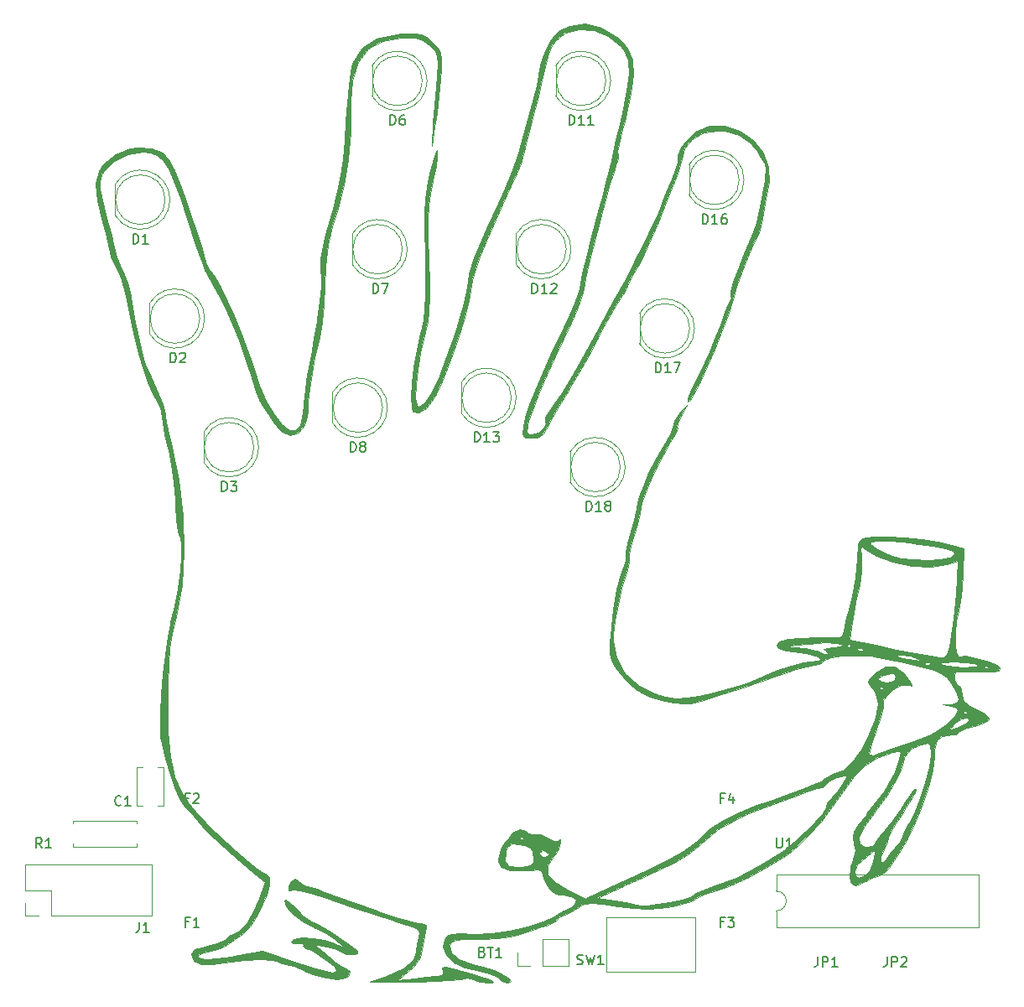
<source format=gbr>
G04 #@! TF.FileFunction,Legend,Top*
%FSLAX46Y46*%
G04 Gerber Fmt 4.6, Leading zero omitted, Abs format (unit mm)*
G04 Created by KiCad (PCBNEW 4.0.6) date 11/09/17 18:44:30*
%MOMM*%
%LPD*%
G01*
G04 APERTURE LIST*
%ADD10C,0.100000*%
%ADD11C,0.120000*%
%ADD12C,0.010000*%
%ADD13C,0.150000*%
G04 APERTURE END LIST*
D10*
D11*
X115766000Y-69000462D02*
G75*
G03X110216000Y-67455170I-2990000J462D01*
G01*
X115766000Y-68999538D02*
G75*
G02X110216000Y-70544830I-2990000J-462D01*
G01*
X115276000Y-69000000D02*
G75*
G03X115276000Y-69000000I-2500000J0D01*
G01*
X110216000Y-67455000D02*
X110216000Y-70545000D01*
X119260000Y-81000462D02*
G75*
G03X113710000Y-79455170I-2990000J462D01*
G01*
X119260000Y-80999538D02*
G75*
G02X113710000Y-82544830I-2990000J-462D01*
G01*
X118770000Y-81000000D02*
G75*
G03X118770000Y-81000000I-2500000J0D01*
G01*
X113710000Y-79455000D02*
X113710000Y-82545000D01*
X124720000Y-94000462D02*
G75*
G03X119170000Y-92455170I-2990000J462D01*
G01*
X124720000Y-93999538D02*
G75*
G02X119170000Y-95544830I-2990000J-462D01*
G01*
X124230000Y-94000000D02*
G75*
G03X124230000Y-94000000I-2500000J0D01*
G01*
X119170000Y-92455000D02*
X119170000Y-95545000D01*
X141720000Y-57000462D02*
G75*
G03X136170000Y-55455170I-2990000J462D01*
G01*
X141720000Y-56999538D02*
G75*
G02X136170000Y-58544830I-2990000J-462D01*
G01*
X141230000Y-57000000D02*
G75*
G03X141230000Y-57000000I-2500000J0D01*
G01*
X136170000Y-55455000D02*
X136170000Y-58545000D01*
X139720000Y-74000462D02*
G75*
G03X134170000Y-72455170I-2990000J462D01*
G01*
X139720000Y-73999538D02*
G75*
G02X134170000Y-75544830I-2990000J-462D01*
G01*
X139230000Y-74000000D02*
G75*
G03X139230000Y-74000000I-2500000J0D01*
G01*
X134170000Y-72455000D02*
X134170000Y-75545000D01*
X137720000Y-90000462D02*
G75*
G03X132170000Y-88455170I-2990000J462D01*
G01*
X137720000Y-89999538D02*
G75*
G02X132170000Y-91544830I-2990000J-462D01*
G01*
X137230000Y-90000000D02*
G75*
G03X137230000Y-90000000I-2500000J0D01*
G01*
X132170000Y-88455000D02*
X132170000Y-91545000D01*
X160260000Y-57000462D02*
G75*
G03X154710000Y-55455170I-2990000J462D01*
G01*
X160260000Y-56999538D02*
G75*
G02X154710000Y-58544830I-2990000J-462D01*
G01*
X159770000Y-57000000D02*
G75*
G03X159770000Y-57000000I-2500000J0D01*
G01*
X154710000Y-55455000D02*
X154710000Y-58545000D01*
X156260000Y-74000462D02*
G75*
G03X150710000Y-72455170I-2990000J462D01*
G01*
X156260000Y-73999538D02*
G75*
G02X150710000Y-75544830I-2990000J-462D01*
G01*
X155770000Y-74000000D02*
G75*
G03X155770000Y-74000000I-2500000J0D01*
G01*
X150710000Y-72455000D02*
X150710000Y-75545000D01*
X150720000Y-89000462D02*
G75*
G03X145170000Y-87455170I-2990000J462D01*
G01*
X150720000Y-88999538D02*
G75*
G02X145170000Y-90544830I-2990000J-462D01*
G01*
X150230000Y-89000000D02*
G75*
G03X150230000Y-89000000I-2500000J0D01*
G01*
X145170000Y-87455000D02*
X145170000Y-90545000D01*
X173720000Y-67000462D02*
G75*
G03X168170000Y-65455170I-2990000J462D01*
G01*
X173720000Y-66999538D02*
G75*
G02X168170000Y-68544830I-2990000J-462D01*
G01*
X173230000Y-67000000D02*
G75*
G03X173230000Y-67000000I-2500000J0D01*
G01*
X168170000Y-65455000D02*
X168170000Y-68545000D01*
X168720000Y-82000462D02*
G75*
G03X163170000Y-80455170I-2990000J462D01*
G01*
X168720000Y-81999538D02*
G75*
G02X163170000Y-83544830I-2990000J-462D01*
G01*
X168230000Y-82000000D02*
G75*
G03X168230000Y-82000000I-2500000J0D01*
G01*
X163170000Y-80455000D02*
X163170000Y-83545000D01*
X161720000Y-96000462D02*
G75*
G03X156170000Y-94455170I-2990000J462D01*
G01*
X161720000Y-95999538D02*
G75*
G02X156170000Y-97544830I-2990000J-462D01*
G01*
X161230000Y-96000000D02*
G75*
G03X161230000Y-96000000I-2500000J0D01*
G01*
X156170000Y-94455000D02*
X156170000Y-97545000D01*
X105980000Y-132020000D02*
X105980000Y-131690000D01*
X105980000Y-131690000D02*
X112400000Y-131690000D01*
X112400000Y-131690000D02*
X112400000Y-132020000D01*
X105980000Y-133980000D02*
X105980000Y-134310000D01*
X105980000Y-134310000D02*
X112400000Y-134310000D01*
X112400000Y-134310000D02*
X112400000Y-133980000D01*
D10*
X168798000Y-146944000D02*
X168798000Y-141444000D01*
X159798000Y-146944000D02*
X168798000Y-146944000D01*
X159798000Y-141444000D02*
X159798000Y-146944000D01*
X168798000Y-141444000D02*
X159798000Y-141444000D01*
D11*
X176970000Y-138810000D02*
G75*
G02X176970000Y-140810000I0J-1000000D01*
G01*
X176970000Y-140810000D02*
X176970000Y-142460000D01*
X176970000Y-142460000D02*
X197410000Y-142460000D01*
X197410000Y-142460000D02*
X197410000Y-137160000D01*
X197410000Y-137160000D02*
X176970000Y-137160000D01*
X176970000Y-137160000D02*
X176970000Y-138810000D01*
X156016000Y-146364000D02*
X156016000Y-143704000D01*
X153416000Y-146364000D02*
X156016000Y-146364000D01*
X153416000Y-143704000D02*
X156016000Y-143704000D01*
X153416000Y-146364000D02*
X153416000Y-143704000D01*
X152146000Y-146364000D02*
X150816000Y-146364000D01*
X150816000Y-146364000D02*
X150816000Y-145034000D01*
X112390000Y-130210000D02*
X112390000Y-126290000D01*
X115110000Y-130210000D02*
X115110000Y-126290000D01*
X112390000Y-130210000D02*
X113000000Y-130210000D01*
X114500000Y-130210000D02*
X115110000Y-130210000D01*
X112390000Y-126290000D02*
X113000000Y-126290000D01*
X114500000Y-126290000D02*
X115110000Y-126290000D01*
X113950000Y-141330000D02*
X113950000Y-136130000D01*
X103730000Y-141330000D02*
X113950000Y-141330000D01*
X101130000Y-136130000D02*
X113950000Y-136130000D01*
X103730000Y-141330000D02*
X103730000Y-138730000D01*
X103730000Y-138730000D02*
X101130000Y-138730000D01*
X101130000Y-138730000D02*
X101130000Y-136130000D01*
X102460000Y-141330000D02*
X101130000Y-141330000D01*
X101130000Y-141330000D02*
X101130000Y-140000000D01*
D12*
G36*
X128628472Y-137718444D02*
X129166257Y-138126966D01*
X129598611Y-138299232D01*
X130001537Y-138419597D01*
X130573177Y-138607243D01*
X131407664Y-138895222D01*
X132599130Y-139316588D01*
X134241707Y-139904392D01*
X136429528Y-140691689D01*
X137079734Y-140926090D01*
X138559204Y-141433053D01*
X139856094Y-141829482D01*
X140783532Y-142060522D01*
X141069304Y-142097222D01*
X141585922Y-142204366D01*
X141638290Y-142376809D01*
X141496242Y-142873212D01*
X141341905Y-143794052D01*
X141287402Y-144228893D01*
X140992019Y-145494103D01*
X140323149Y-146456568D01*
X139940071Y-146813217D01*
X138770833Y-147825046D01*
X140495765Y-147606967D01*
X141650183Y-147477153D01*
X142590750Y-147399082D01*
X142865944Y-147388889D01*
X143331070Y-147205845D01*
X143301253Y-146841802D01*
X143252053Y-146567120D01*
X143440163Y-146453711D01*
X143966047Y-146517078D01*
X144930169Y-146772718D01*
X146432995Y-147236133D01*
X146974074Y-147408452D01*
X148012815Y-147760892D01*
X148421368Y-147965068D01*
X148250904Y-148055919D01*
X147943056Y-148070071D01*
X147002824Y-147975861D01*
X146372399Y-147759542D01*
X145737890Y-147593942D01*
X145490455Y-147664186D01*
X145014895Y-147754631D01*
X143979398Y-147838252D01*
X142529581Y-147906495D01*
X140811061Y-147950805D01*
X140543980Y-147954793D01*
X135967127Y-148016657D01*
X137672738Y-147369219D01*
X139339747Y-146591647D01*
X140333163Y-145784786D01*
X140637539Y-144975027D01*
X140709751Y-144184799D01*
X140856530Y-143499917D01*
X140942263Y-142992865D01*
X140762150Y-142653098D01*
X140176796Y-142366159D01*
X139053638Y-142019562D01*
X137878439Y-141657383D01*
X136268379Y-141129832D01*
X134451591Y-140512867D01*
X132950000Y-139987267D01*
X131327472Y-139439979D01*
X129905765Y-139014992D01*
X128837834Y-138754408D01*
X128276633Y-138700333D01*
X128275694Y-138700567D01*
X127747201Y-138712656D01*
X127758039Y-138315187D01*
X128016513Y-137863889D01*
X128408604Y-137553243D01*
X128628472Y-137718444D01*
X128628472Y-137718444D01*
G37*
X128628472Y-137718444D02*
X129166257Y-138126966D01*
X129598611Y-138299232D01*
X130001537Y-138419597D01*
X130573177Y-138607243D01*
X131407664Y-138895222D01*
X132599130Y-139316588D01*
X134241707Y-139904392D01*
X136429528Y-140691689D01*
X137079734Y-140926090D01*
X138559204Y-141433053D01*
X139856094Y-141829482D01*
X140783532Y-142060522D01*
X141069304Y-142097222D01*
X141585922Y-142204366D01*
X141638290Y-142376809D01*
X141496242Y-142873212D01*
X141341905Y-143794052D01*
X141287402Y-144228893D01*
X140992019Y-145494103D01*
X140323149Y-146456568D01*
X139940071Y-146813217D01*
X138770833Y-147825046D01*
X140495765Y-147606967D01*
X141650183Y-147477153D01*
X142590750Y-147399082D01*
X142865944Y-147388889D01*
X143331070Y-147205845D01*
X143301253Y-146841802D01*
X143252053Y-146567120D01*
X143440163Y-146453711D01*
X143966047Y-146517078D01*
X144930169Y-146772718D01*
X146432995Y-147236133D01*
X146974074Y-147408452D01*
X148012815Y-147760892D01*
X148421368Y-147965068D01*
X148250904Y-148055919D01*
X147943056Y-148070071D01*
X147002824Y-147975861D01*
X146372399Y-147759542D01*
X145737890Y-147593942D01*
X145490455Y-147664186D01*
X145014895Y-147754631D01*
X143979398Y-147838252D01*
X142529581Y-147906495D01*
X140811061Y-147950805D01*
X140543980Y-147954793D01*
X135967127Y-148016657D01*
X137672738Y-147369219D01*
X139339747Y-146591647D01*
X140333163Y-145784786D01*
X140637539Y-144975027D01*
X140709751Y-144184799D01*
X140856530Y-143499917D01*
X140942263Y-142992865D01*
X140762150Y-142653098D01*
X140176796Y-142366159D01*
X139053638Y-142019562D01*
X137878439Y-141657383D01*
X136268379Y-141129832D01*
X134451591Y-140512867D01*
X132950000Y-139987267D01*
X131327472Y-139439979D01*
X129905765Y-139014992D01*
X128837834Y-138754408D01*
X128276633Y-138700333D01*
X128275694Y-138700567D01*
X127747201Y-138712656D01*
X127758039Y-138315187D01*
X128016513Y-137863889D01*
X128408604Y-137553243D01*
X128628472Y-137718444D01*
G36*
X167358008Y-90856250D02*
X167040641Y-91600315D01*
X166964853Y-91987248D01*
X166988422Y-92002778D01*
X166938070Y-92267143D01*
X166591525Y-92935566D01*
X166358139Y-93325694D01*
X165644212Y-94566848D01*
X164905790Y-95996607D01*
X164223201Y-97440282D01*
X163676772Y-98723185D01*
X163346832Y-99670627D01*
X163286194Y-100006244D01*
X163185516Y-100667918D01*
X162926224Y-101748871D01*
X162619127Y-102830387D01*
X162303391Y-103975641D01*
X162128993Y-104828856D01*
X162130018Y-105190204D01*
X162129790Y-105597459D01*
X161927260Y-106425686D01*
X161778458Y-106886205D01*
X161383732Y-108229184D01*
X161003990Y-109859467D01*
X160692170Y-111509407D01*
X160501210Y-112911359D01*
X160466667Y-113518411D01*
X160799922Y-115231177D01*
X161723459Y-116786221D01*
X163122933Y-118062022D01*
X164883998Y-118937059D01*
X165786400Y-119171989D01*
X166886888Y-119325827D01*
X167939229Y-119316139D01*
X169191654Y-119123010D01*
X170681644Y-118779231D01*
X172165693Y-118382096D01*
X173479175Y-117980643D01*
X174399757Y-117644419D01*
X174577778Y-117560514D01*
X175697991Y-117044501D01*
X177081175Y-116517000D01*
X178492561Y-116055617D01*
X179697380Y-115737957D01*
X180391025Y-115638889D01*
X181227662Y-115563027D01*
X181448610Y-115374591D01*
X181122627Y-115132302D01*
X180318469Y-114894882D01*
X179343529Y-114744274D01*
X177935307Y-114525610D01*
X177176598Y-114245220D01*
X177073148Y-114087949D01*
X178260172Y-114087949D01*
X178280468Y-114161400D01*
X178811111Y-114204502D01*
X179954898Y-114316376D01*
X180896773Y-114508137D01*
X181104167Y-114580555D01*
X181852102Y-114845106D01*
X182238000Y-114878507D01*
X182128800Y-114680760D01*
X181986111Y-114580555D01*
X181897661Y-114475679D01*
X185028599Y-114475679D01*
X185513889Y-114524854D01*
X186014703Y-114469414D01*
X185954861Y-114346918D01*
X185232603Y-114300323D01*
X185072917Y-114346918D01*
X185028599Y-114475679D01*
X181897661Y-114475679D01*
X181791594Y-114349915D01*
X182197937Y-114247150D01*
X182674028Y-114233180D01*
X183450982Y-114152707D01*
X183516031Y-114051389D01*
X184102778Y-114051389D01*
X184279167Y-114227778D01*
X184455556Y-114051389D01*
X184279167Y-113875000D01*
X184102778Y-114051389D01*
X183516031Y-114051389D01*
X183591236Y-113934254D01*
X183554671Y-113891338D01*
X183022810Y-113749204D01*
X181907073Y-113729555D01*
X180318709Y-113833994D01*
X180220921Y-113843267D01*
X178899553Y-113983810D01*
X178260172Y-114087949D01*
X177073148Y-114087949D01*
X177047222Y-114048535D01*
X177299348Y-113638483D01*
X177926397Y-113427259D01*
X184402408Y-113427259D01*
X186986621Y-113987078D01*
X188663408Y-114333909D01*
X190444875Y-114675850D01*
X192104594Y-114971730D01*
X193416139Y-115180382D01*
X193876376Y-115239766D01*
X194210914Y-114965308D01*
X194459100Y-114234118D01*
X194474877Y-114139583D01*
X194854319Y-111352630D01*
X195117677Y-108820216D01*
X195219950Y-107297842D01*
X195302411Y-105483183D01*
X194202840Y-105798536D01*
X192545046Y-106037198D01*
X190634613Y-105951406D01*
X188720529Y-105584748D01*
X187051784Y-104980810D01*
X186086073Y-104377629D01*
X185671387Y-104073073D01*
X185514517Y-104189770D01*
X185547334Y-104845508D01*
X185591955Y-105231944D01*
X185596519Y-106493164D01*
X185399537Y-107885180D01*
X185313771Y-108230555D01*
X184987611Y-109600725D01*
X184705223Y-111132946D01*
X184634787Y-111622657D01*
X184402408Y-113427259D01*
X177926397Y-113427259D01*
X178092802Y-113371205D01*
X179483201Y-113235107D01*
X181055518Y-113212830D01*
X182284138Y-113199088D01*
X183205414Y-113145393D01*
X183620901Y-113063347D01*
X183621436Y-113062823D01*
X183794152Y-112618130D01*
X183899663Y-112061791D01*
X184067961Y-111168656D01*
X184201136Y-110700000D01*
X184657872Y-109062975D01*
X185000313Y-107135230D01*
X185157798Y-105330247D01*
X185161111Y-105082448D01*
X185197556Y-104012121D01*
X185256227Y-103815349D01*
X186475164Y-103815349D01*
X187142588Y-104271705D01*
X188478208Y-104899934D01*
X188688889Y-104989398D01*
X189572981Y-105205837D01*
X190829185Y-105333189D01*
X192217941Y-105369026D01*
X193499689Y-105310921D01*
X194434871Y-105156448D01*
X194686111Y-105050153D01*
X194983990Y-104730684D01*
X194790574Y-104451096D01*
X194053452Y-104193627D01*
X192720212Y-103940508D01*
X190738443Y-103673976D01*
X190565152Y-103653299D01*
X188520928Y-103449841D01*
X187160447Y-103407184D01*
X186479821Y-103528098D01*
X186475164Y-103815349D01*
X185256227Y-103815349D01*
X185367639Y-103441702D01*
X185762484Y-103166826D01*
X186053470Y-103081141D01*
X186928542Y-102998561D01*
X188292557Y-103021439D01*
X189939650Y-103132558D01*
X191663956Y-103314701D01*
X193259610Y-103550652D01*
X194333112Y-103773581D01*
X195920391Y-104173611D01*
X195799400Y-106760509D01*
X195694281Y-108220074D01*
X195535390Y-109552332D01*
X195358649Y-110462347D01*
X195140618Y-111547712D01*
X195039257Y-112740932D01*
X195049697Y-113855564D01*
X195167070Y-114705167D01*
X195386507Y-115103300D01*
X195479861Y-115104060D01*
X196132062Y-115081979D01*
X197113210Y-115260284D01*
X198173790Y-115565698D01*
X199064281Y-115924942D01*
X199535168Y-116264737D01*
X199551310Y-116299763D01*
X199445656Y-116560448D01*
X198838990Y-116685306D01*
X197634764Y-116694844D01*
X196445773Y-116669405D01*
X195524827Y-116661347D01*
X195160110Y-116668330D01*
X194928728Y-116949047D01*
X194965166Y-117505836D01*
X195203939Y-117992900D01*
X195432812Y-118108333D01*
X195667046Y-118410504D01*
X195744444Y-118991326D01*
X195902086Y-119647367D01*
X196483829Y-120156499D01*
X197157004Y-120486285D01*
X197988852Y-120930153D01*
X198432052Y-121332590D01*
X198455958Y-121455376D01*
X198071047Y-121746230D01*
X197240664Y-122050042D01*
X196867009Y-122144838D01*
X195965530Y-122407699D01*
X195443654Y-122675609D01*
X195391667Y-122762199D01*
X195096889Y-122997150D01*
X194714964Y-123047222D01*
X193709470Y-123162743D01*
X193159289Y-123605946D01*
X192943049Y-124521794D01*
X192922222Y-125188398D01*
X192769927Y-126565909D01*
X192352593Y-128228241D01*
X191729542Y-130050246D01*
X190960099Y-131906774D01*
X190103588Y-133672677D01*
X189219334Y-135222805D01*
X188366659Y-136432010D01*
X187604889Y-137175141D01*
X187156806Y-137351032D01*
X186548938Y-137523327D01*
X185978053Y-137792004D01*
X185257729Y-138120870D01*
X184872670Y-138216667D01*
X184485886Y-137924130D01*
X184349303Y-137213609D01*
X184418777Y-136773291D01*
X184871078Y-136773291D01*
X184926867Y-137315368D01*
X185292960Y-137511111D01*
X185878891Y-137245223D01*
X186375829Y-136727060D01*
X186671700Y-136141065D01*
X186868751Y-135474304D01*
X186936840Y-134927781D01*
X186845827Y-134702498D01*
X186655015Y-134865278D01*
X186153017Y-135311805D01*
X185690278Y-135606862D01*
X185142361Y-136123207D01*
X184871078Y-136773291D01*
X184418777Y-136773291D01*
X184487817Y-136335734D01*
X184647583Y-135950843D01*
X184933252Y-134723486D01*
X184809946Y-133988958D01*
X184698355Y-133382171D01*
X184701995Y-133363878D01*
X185307190Y-133363878D01*
X185349588Y-134047531D01*
X185926257Y-134330737D01*
X186064191Y-134336111D01*
X186717258Y-134230857D01*
X186925000Y-134035655D01*
X187142362Y-133606165D01*
X187684692Y-132901793D01*
X187895139Y-132661773D01*
X188667704Y-131703990D01*
X189516670Y-130503710D01*
X189875350Y-129944755D01*
X190456830Y-129073200D01*
X190896991Y-128549487D01*
X191058272Y-128474013D01*
X190962033Y-128828381D01*
X190550195Y-129608787D01*
X189906503Y-130659600D01*
X189766779Y-130874125D01*
X189063507Y-131975541D01*
X188544961Y-132848139D01*
X188308080Y-133327486D01*
X188302791Y-133357420D01*
X188154947Y-133825132D01*
X187808515Y-134566848D01*
X187519031Y-135343165D01*
X187521039Y-135855425D01*
X187813973Y-135867255D01*
X188076010Y-135527941D01*
X188639447Y-134749402D01*
X188976655Y-134424238D01*
X189479712Y-133809471D01*
X189605269Y-133466824D01*
X189849255Y-132830674D01*
X190335159Y-132002178D01*
X190358845Y-131967585D01*
X190899147Y-130940702D01*
X191470394Y-129476285D01*
X191992138Y-127832174D01*
X192383929Y-126266207D01*
X192565317Y-125036224D01*
X192569444Y-124882631D01*
X192517056Y-124112846D01*
X192236080Y-123874689D01*
X191599306Y-123980881D01*
X190546369Y-124484746D01*
X189884802Y-125277233D01*
X189758442Y-125795304D01*
X189535178Y-126603625D01*
X188962452Y-127772570D01*
X188143854Y-129121881D01*
X187182971Y-130471300D01*
X186789397Y-130961835D01*
X185790110Y-132321429D01*
X185307190Y-133363878D01*
X184701995Y-133363878D01*
X184810810Y-132817089D01*
X185227068Y-132115644D01*
X186026889Y-131099765D01*
X186194615Y-130897553D01*
X187821347Y-128744663D01*
X188908242Y-126819954D01*
X189403925Y-125483610D01*
X189545027Y-124822602D01*
X189310145Y-124663383D01*
X188697370Y-124808679D01*
X187118928Y-125370879D01*
X185885867Y-126120306D01*
X184798335Y-127215171D01*
X183675803Y-128783957D01*
X181493033Y-131790226D01*
X179307398Y-134107392D01*
X178105556Y-135085662D01*
X176174785Y-136336087D01*
X174013779Y-137493413D01*
X171915833Y-138408596D01*
X170872111Y-138761447D01*
X169791629Y-139113026D01*
X169019300Y-139434260D01*
X168773791Y-139600519D01*
X168361716Y-139815967D01*
X167464811Y-140094220D01*
X166482362Y-140329413D01*
X165228808Y-140540575D01*
X163995395Y-140602145D01*
X162529701Y-140514301D01*
X160995035Y-140333228D01*
X159390983Y-140136214D01*
X158329589Y-140057417D01*
X157657363Y-140100242D01*
X157220813Y-140268091D01*
X157018139Y-140421414D01*
X156163964Y-140970439D01*
X155615972Y-141197324D01*
X155000942Y-141485492D01*
X154822222Y-141711752D01*
X154517141Y-141967645D01*
X153747325Y-142295834D01*
X153322917Y-142434448D01*
X152141850Y-142803334D01*
X151078191Y-143158143D01*
X150871955Y-143231613D01*
X150072409Y-143401998D01*
X148810664Y-143541010D01*
X147330047Y-143623534D01*
X146996004Y-143631671D01*
X145513260Y-143682585D01*
X144601916Y-143787970D01*
X144128326Y-143975467D01*
X143961290Y-144259264D01*
X144137034Y-145043253D01*
X144891452Y-145704187D01*
X146097905Y-146137580D01*
X146278702Y-146171315D01*
X147376005Y-146431252D01*
X148434478Y-146803432D01*
X149335061Y-147221469D01*
X149958690Y-147618975D01*
X150186305Y-147929565D01*
X149898843Y-148086851D01*
X149727764Y-148094444D01*
X149244676Y-147939334D01*
X149177778Y-147798132D01*
X148855345Y-147515431D01*
X147987272Y-147160858D01*
X146722394Y-146787079D01*
X145552832Y-146515409D01*
X144420161Y-146057366D01*
X143630919Y-145312629D01*
X143333128Y-144445429D01*
X143382724Y-144107649D01*
X143556692Y-143581664D01*
X143785947Y-143270191D01*
X144230486Y-143122866D01*
X145050309Y-143089330D01*
X146405412Y-143119218D01*
X146513767Y-143122102D01*
X148216316Y-143054204D01*
X150074120Y-142798767D01*
X151889015Y-142401955D01*
X153462840Y-141909931D01*
X154597431Y-141368861D01*
X154850000Y-141180089D01*
X155467910Y-140773962D01*
X155776943Y-140686111D01*
X156291319Y-140442221D01*
X156583183Y-140160472D01*
X156795132Y-139726969D01*
X156435246Y-139421889D01*
X156185407Y-139319949D01*
X155444078Y-139140867D01*
X155059786Y-139177550D01*
X154617138Y-139087699D01*
X154068590Y-138581294D01*
X153603485Y-137882591D01*
X153411111Y-137224869D01*
X153328319Y-136834411D01*
X152964475Y-136669782D01*
X152146378Y-136681912D01*
X151649045Y-136725660D01*
X150117101Y-136725552D01*
X149194849Y-136370774D01*
X148930202Y-135771084D01*
X149610321Y-135771084D01*
X150022335Y-136281246D01*
X150990407Y-136399970D01*
X151239024Y-136383925D01*
X152090110Y-136253030D01*
X152422813Y-135954818D01*
X152433366Y-135416236D01*
X152378495Y-135041667D01*
X153058333Y-135041667D01*
X153345481Y-135351269D01*
X153608320Y-135394444D01*
X153973465Y-135223421D01*
X153940278Y-135041667D01*
X153489266Y-134702346D01*
X153390291Y-134688889D01*
X153067835Y-134957967D01*
X153058333Y-135041667D01*
X152378495Y-135041667D01*
X152333710Y-134735951D01*
X152092138Y-134403940D01*
X151486608Y-134216828D01*
X151021076Y-134122687D01*
X150232858Y-134042152D01*
X149853232Y-134320918D01*
X149690671Y-134804518D01*
X149610321Y-135771084D01*
X148930202Y-135771084D01*
X148880851Y-135659256D01*
X149173668Y-134588932D01*
X149618750Y-133806364D01*
X149976105Y-133395370D01*
X151059259Y-133395370D01*
X151107685Y-133605096D01*
X151294444Y-133630556D01*
X151584820Y-133501480D01*
X151529630Y-133395370D01*
X151110965Y-133353150D01*
X151059259Y-133395370D01*
X149976105Y-133395370D01*
X150369679Y-132942722D01*
X151111954Y-132577945D01*
X151705774Y-132769140D01*
X151814089Y-132909593D01*
X152274297Y-133107206D01*
X152511964Y-133059175D01*
X153141877Y-133100035D01*
X153851744Y-133428597D01*
X154533710Y-133756143D01*
X154938577Y-133749385D01*
X155194765Y-133627721D01*
X155194154Y-133939984D01*
X154995834Y-134489210D01*
X154658894Y-135078433D01*
X154469444Y-135313173D01*
X153875402Y-136244638D01*
X153927926Y-137108954D01*
X154645630Y-137944928D01*
X156047126Y-138791366D01*
X156165442Y-138849173D01*
X157679755Y-139580809D01*
X157767627Y-139539795D01*
X158879167Y-139539795D01*
X160643055Y-139787923D01*
X161731362Y-139954282D01*
X162535504Y-140101198D01*
X162759722Y-140156841D01*
X163282585Y-140273865D01*
X163966017Y-140270905D01*
X164994214Y-140134589D01*
X166296771Y-139900103D01*
X167455118Y-139647053D01*
X168276936Y-139403927D01*
X168580555Y-139227381D01*
X168888883Y-139004957D01*
X169690013Y-138669011D01*
X170609028Y-138357048D01*
X172919129Y-137467833D01*
X175348356Y-136247788D01*
X177533931Y-134881429D01*
X177752778Y-134723606D01*
X178825284Y-133857998D01*
X179917832Y-132848200D01*
X180896270Y-131834921D01*
X181626450Y-130958865D01*
X181974220Y-130360741D01*
X181986111Y-130283371D01*
X182159670Y-129769867D01*
X182263437Y-129691204D01*
X182622625Y-129350649D01*
X183162022Y-128673128D01*
X183699351Y-127909851D01*
X184052336Y-127312031D01*
X184102778Y-127156254D01*
X183814877Y-127125472D01*
X183114744Y-127309333D01*
X183044444Y-127333417D01*
X182311515Y-127678125D01*
X181986998Y-128007248D01*
X181986111Y-128020622D01*
X181707030Y-128315345D01*
X181545139Y-128336992D01*
X181031106Y-128457539D01*
X180044412Y-128780409D01*
X178766988Y-129244643D01*
X178281944Y-129430378D01*
X176694567Y-130045434D01*
X175095262Y-130663493D01*
X173795239Y-131164307D01*
X173644006Y-131222376D01*
X171113245Y-132556282D01*
X168769766Y-134541910D01*
X168054286Y-135095345D01*
X166965912Y-135748496D01*
X166111111Y-136182469D01*
X164799533Y-136793431D01*
X163185115Y-137543793D01*
X161605357Y-138276694D01*
X161525000Y-138313929D01*
X158879167Y-139539795D01*
X157767627Y-139539795D01*
X161101683Y-137983646D01*
X162747533Y-137214531D01*
X164368125Y-136455643D01*
X165724987Y-135818722D01*
X166293748Y-135550834D01*
X167590863Y-134800181D01*
X168839882Y-133860467D01*
X169292359Y-133436401D01*
X170312588Y-132502461D01*
X171501906Y-131698840D01*
X173010270Y-130944732D01*
X174987640Y-130159327D01*
X176121139Y-129756578D01*
X178230259Y-129018671D01*
X179767853Y-128459409D01*
X180833117Y-128038479D01*
X181525243Y-127715569D01*
X181943428Y-127450365D01*
X182068000Y-127339778D01*
X182662817Y-126971761D01*
X182891036Y-126927778D01*
X183703046Y-126616017D01*
X184628698Y-125767410D01*
X185551189Y-124511974D01*
X186271881Y-123164506D01*
X186987944Y-121314771D01*
X187238857Y-119900258D01*
X187031343Y-118831645D01*
X186640566Y-118266163D01*
X186607930Y-118225926D01*
X187395370Y-118225926D01*
X187443796Y-118435652D01*
X187630556Y-118461111D01*
X187920932Y-118332035D01*
X187865741Y-118225926D01*
X187447076Y-118183705D01*
X187395370Y-118225926D01*
X186607930Y-118225926D01*
X186251938Y-117787033D01*
X186297025Y-117416537D01*
X186311218Y-117402778D01*
X187277778Y-117402778D01*
X187579678Y-117667969D01*
X188159722Y-117755556D01*
X188880531Y-117562624D01*
X189041667Y-117188646D01*
X188831276Y-116790209D01*
X188483647Y-116835868D01*
X187811551Y-117026226D01*
X187601703Y-117050000D01*
X187286997Y-117319310D01*
X187277778Y-117402778D01*
X186311218Y-117402778D01*
X186830522Y-116899358D01*
X186956075Y-116793328D01*
X188020014Y-116136270D01*
X188943659Y-116147186D01*
X189843871Y-116838066D01*
X190074913Y-117113321D01*
X190590263Y-117794767D01*
X190673795Y-118053594D01*
X190345755Y-118008889D01*
X190220588Y-117970217D01*
X189580791Y-118030784D01*
X188818095Y-118425005D01*
X188144676Y-118988326D01*
X187772712Y-119556192D01*
X187794370Y-119851877D01*
X187772395Y-120320443D01*
X187522909Y-121243009D01*
X187098944Y-122426189D01*
X187065073Y-122511350D01*
X186635080Y-123685810D01*
X186377685Y-124592985D01*
X186343944Y-125050048D01*
X186352766Y-125062026D01*
X186798437Y-125093989D01*
X187366504Y-124896497D01*
X188096509Y-124601029D01*
X189255794Y-124193829D01*
X190596624Y-123761815D01*
X190629167Y-123751805D01*
X192558188Y-123001325D01*
X193488001Y-122426032D01*
X194493687Y-122426032D01*
X194582424Y-122515876D01*
X195230630Y-122294401D01*
X195350744Y-122249127D01*
X196097520Y-121893484D01*
X196446540Y-121581952D01*
X196450000Y-121558769D01*
X196214421Y-121285054D01*
X195659658Y-121396705D01*
X195013669Y-121833619D01*
X194876253Y-121973692D01*
X194493687Y-122426032D01*
X193488001Y-122426032D01*
X194000103Y-122109185D01*
X194245139Y-121892654D01*
X195054182Y-121055909D01*
X195252295Y-120695370D01*
X195862037Y-120695370D01*
X195910463Y-120905096D01*
X196097222Y-120930556D01*
X196387598Y-120801480D01*
X196332407Y-120695370D01*
X195913743Y-120653150D01*
X195862037Y-120695370D01*
X195252295Y-120695370D01*
X195332921Y-120548642D01*
X195103213Y-120261098D01*
X194597917Y-120121189D01*
X193804167Y-119968306D01*
X194597917Y-119920264D01*
X195189771Y-119801276D01*
X195348445Y-119444634D01*
X195097460Y-118702601D01*
X194867821Y-118224993D01*
X194555071Y-117667338D01*
X194175723Y-117225583D01*
X193625326Y-116856643D01*
X192799427Y-116517430D01*
X191593574Y-116164859D01*
X189905952Y-115756481D01*
X191981481Y-115756481D01*
X192029907Y-115966207D01*
X192216667Y-115991667D01*
X192507043Y-115862591D01*
X192471257Y-115793788D01*
X193406636Y-115793788D01*
X193615135Y-115906496D01*
X193804167Y-115951121D01*
X194921652Y-116130650D01*
X196003253Y-116206027D01*
X196858479Y-116177517D01*
X197084931Y-116109259D01*
X197978704Y-116109259D01*
X198027129Y-116318985D01*
X198213889Y-116344444D01*
X198504265Y-116215369D01*
X198449074Y-116109259D01*
X198030409Y-116067039D01*
X197978704Y-116109259D01*
X197084931Y-116109259D01*
X197296836Y-116045386D01*
X197303879Y-115946256D01*
X196877495Y-115791281D01*
X195958525Y-115696234D01*
X194929875Y-115680628D01*
X193833198Y-115721306D01*
X193406636Y-115793788D01*
X192471257Y-115793788D01*
X192451852Y-115756481D01*
X192033187Y-115714261D01*
X191981481Y-115756481D01*
X189905952Y-115756481D01*
X189903315Y-115755843D01*
X187677456Y-115258991D01*
X186474730Y-115085387D01*
X188869193Y-115085387D01*
X189483859Y-115230500D01*
X189747222Y-115286111D01*
X190862781Y-115508860D01*
X191385711Y-115569536D01*
X191410074Y-115468139D01*
X191158333Y-115286111D01*
X190430253Y-115048656D01*
X189570833Y-114985175D01*
X188908079Y-115020493D01*
X188869193Y-115085387D01*
X186474730Y-115085387D01*
X186414463Y-115076688D01*
X185010218Y-115018416D01*
X183652656Y-115072770D01*
X182529713Y-115228341D01*
X181829327Y-115473724D01*
X181697786Y-115621918D01*
X181292294Y-115911600D01*
X180762305Y-115991667D01*
X180071596Y-116111535D01*
X178930120Y-116431264D01*
X177543144Y-116891039D01*
X176999342Y-117088202D01*
X175335366Y-117684073D01*
X173404531Y-118341114D01*
X171441696Y-118982514D01*
X169681718Y-119531460D01*
X168404167Y-119899324D01*
X167710658Y-119909648D01*
X166607447Y-119762315D01*
X165358566Y-119509176D01*
X164228044Y-119202079D01*
X163588880Y-118953719D01*
X162825021Y-118414484D01*
X161892281Y-117553008D01*
X161354667Y-116971056D01*
X160677631Y-116153407D01*
X160303785Y-115512224D01*
X160163600Y-114798593D01*
X160187549Y-113763603D01*
X160243521Y-112993055D01*
X160499002Y-110413229D01*
X160828955Y-108320344D01*
X161218220Y-106798191D01*
X161473351Y-106194793D01*
X161741578Y-105491416D01*
X161732563Y-105105997D01*
X161738048Y-104645422D01*
X161924572Y-103718009D01*
X162242721Y-102555649D01*
X162597927Y-101296539D01*
X162847376Y-100238758D01*
X162933416Y-99653466D01*
X163093822Y-98986692D01*
X163510368Y-97903763D01*
X164091010Y-96602179D01*
X164743706Y-95279446D01*
X165376413Y-94133064D01*
X165822332Y-93454508D01*
X166292973Y-92659398D01*
X166471733Y-92043397D01*
X166689162Y-91380520D01*
X167198523Y-90591667D01*
X167917469Y-89709722D01*
X167358008Y-90856250D01*
X167358008Y-90856250D01*
G37*
X167358008Y-90856250D02*
X167040641Y-91600315D01*
X166964853Y-91987248D01*
X166988422Y-92002778D01*
X166938070Y-92267143D01*
X166591525Y-92935566D01*
X166358139Y-93325694D01*
X165644212Y-94566848D01*
X164905790Y-95996607D01*
X164223201Y-97440282D01*
X163676772Y-98723185D01*
X163346832Y-99670627D01*
X163286194Y-100006244D01*
X163185516Y-100667918D01*
X162926224Y-101748871D01*
X162619127Y-102830387D01*
X162303391Y-103975641D01*
X162128993Y-104828856D01*
X162130018Y-105190204D01*
X162129790Y-105597459D01*
X161927260Y-106425686D01*
X161778458Y-106886205D01*
X161383732Y-108229184D01*
X161003990Y-109859467D01*
X160692170Y-111509407D01*
X160501210Y-112911359D01*
X160466667Y-113518411D01*
X160799922Y-115231177D01*
X161723459Y-116786221D01*
X163122933Y-118062022D01*
X164883998Y-118937059D01*
X165786400Y-119171989D01*
X166886888Y-119325827D01*
X167939229Y-119316139D01*
X169191654Y-119123010D01*
X170681644Y-118779231D01*
X172165693Y-118382096D01*
X173479175Y-117980643D01*
X174399757Y-117644419D01*
X174577778Y-117560514D01*
X175697991Y-117044501D01*
X177081175Y-116517000D01*
X178492561Y-116055617D01*
X179697380Y-115737957D01*
X180391025Y-115638889D01*
X181227662Y-115563027D01*
X181448610Y-115374591D01*
X181122627Y-115132302D01*
X180318469Y-114894882D01*
X179343529Y-114744274D01*
X177935307Y-114525610D01*
X177176598Y-114245220D01*
X177073148Y-114087949D01*
X178260172Y-114087949D01*
X178280468Y-114161400D01*
X178811111Y-114204502D01*
X179954898Y-114316376D01*
X180896773Y-114508137D01*
X181104167Y-114580555D01*
X181852102Y-114845106D01*
X182238000Y-114878507D01*
X182128800Y-114680760D01*
X181986111Y-114580555D01*
X181897661Y-114475679D01*
X185028599Y-114475679D01*
X185513889Y-114524854D01*
X186014703Y-114469414D01*
X185954861Y-114346918D01*
X185232603Y-114300323D01*
X185072917Y-114346918D01*
X185028599Y-114475679D01*
X181897661Y-114475679D01*
X181791594Y-114349915D01*
X182197937Y-114247150D01*
X182674028Y-114233180D01*
X183450982Y-114152707D01*
X183516031Y-114051389D01*
X184102778Y-114051389D01*
X184279167Y-114227778D01*
X184455556Y-114051389D01*
X184279167Y-113875000D01*
X184102778Y-114051389D01*
X183516031Y-114051389D01*
X183591236Y-113934254D01*
X183554671Y-113891338D01*
X183022810Y-113749204D01*
X181907073Y-113729555D01*
X180318709Y-113833994D01*
X180220921Y-113843267D01*
X178899553Y-113983810D01*
X178260172Y-114087949D01*
X177073148Y-114087949D01*
X177047222Y-114048535D01*
X177299348Y-113638483D01*
X177926397Y-113427259D01*
X184402408Y-113427259D01*
X186986621Y-113987078D01*
X188663408Y-114333909D01*
X190444875Y-114675850D01*
X192104594Y-114971730D01*
X193416139Y-115180382D01*
X193876376Y-115239766D01*
X194210914Y-114965308D01*
X194459100Y-114234118D01*
X194474877Y-114139583D01*
X194854319Y-111352630D01*
X195117677Y-108820216D01*
X195219950Y-107297842D01*
X195302411Y-105483183D01*
X194202840Y-105798536D01*
X192545046Y-106037198D01*
X190634613Y-105951406D01*
X188720529Y-105584748D01*
X187051784Y-104980810D01*
X186086073Y-104377629D01*
X185671387Y-104073073D01*
X185514517Y-104189770D01*
X185547334Y-104845508D01*
X185591955Y-105231944D01*
X185596519Y-106493164D01*
X185399537Y-107885180D01*
X185313771Y-108230555D01*
X184987611Y-109600725D01*
X184705223Y-111132946D01*
X184634787Y-111622657D01*
X184402408Y-113427259D01*
X177926397Y-113427259D01*
X178092802Y-113371205D01*
X179483201Y-113235107D01*
X181055518Y-113212830D01*
X182284138Y-113199088D01*
X183205414Y-113145393D01*
X183620901Y-113063347D01*
X183621436Y-113062823D01*
X183794152Y-112618130D01*
X183899663Y-112061791D01*
X184067961Y-111168656D01*
X184201136Y-110700000D01*
X184657872Y-109062975D01*
X185000313Y-107135230D01*
X185157798Y-105330247D01*
X185161111Y-105082448D01*
X185197556Y-104012121D01*
X185256227Y-103815349D01*
X186475164Y-103815349D01*
X187142588Y-104271705D01*
X188478208Y-104899934D01*
X188688889Y-104989398D01*
X189572981Y-105205837D01*
X190829185Y-105333189D01*
X192217941Y-105369026D01*
X193499689Y-105310921D01*
X194434871Y-105156448D01*
X194686111Y-105050153D01*
X194983990Y-104730684D01*
X194790574Y-104451096D01*
X194053452Y-104193627D01*
X192720212Y-103940508D01*
X190738443Y-103673976D01*
X190565152Y-103653299D01*
X188520928Y-103449841D01*
X187160447Y-103407184D01*
X186479821Y-103528098D01*
X186475164Y-103815349D01*
X185256227Y-103815349D01*
X185367639Y-103441702D01*
X185762484Y-103166826D01*
X186053470Y-103081141D01*
X186928542Y-102998561D01*
X188292557Y-103021439D01*
X189939650Y-103132558D01*
X191663956Y-103314701D01*
X193259610Y-103550652D01*
X194333112Y-103773581D01*
X195920391Y-104173611D01*
X195799400Y-106760509D01*
X195694281Y-108220074D01*
X195535390Y-109552332D01*
X195358649Y-110462347D01*
X195140618Y-111547712D01*
X195039257Y-112740932D01*
X195049697Y-113855564D01*
X195167070Y-114705167D01*
X195386507Y-115103300D01*
X195479861Y-115104060D01*
X196132062Y-115081979D01*
X197113210Y-115260284D01*
X198173790Y-115565698D01*
X199064281Y-115924942D01*
X199535168Y-116264737D01*
X199551310Y-116299763D01*
X199445656Y-116560448D01*
X198838990Y-116685306D01*
X197634764Y-116694844D01*
X196445773Y-116669405D01*
X195524827Y-116661347D01*
X195160110Y-116668330D01*
X194928728Y-116949047D01*
X194965166Y-117505836D01*
X195203939Y-117992900D01*
X195432812Y-118108333D01*
X195667046Y-118410504D01*
X195744444Y-118991326D01*
X195902086Y-119647367D01*
X196483829Y-120156499D01*
X197157004Y-120486285D01*
X197988852Y-120930153D01*
X198432052Y-121332590D01*
X198455958Y-121455376D01*
X198071047Y-121746230D01*
X197240664Y-122050042D01*
X196867009Y-122144838D01*
X195965530Y-122407699D01*
X195443654Y-122675609D01*
X195391667Y-122762199D01*
X195096889Y-122997150D01*
X194714964Y-123047222D01*
X193709470Y-123162743D01*
X193159289Y-123605946D01*
X192943049Y-124521794D01*
X192922222Y-125188398D01*
X192769927Y-126565909D01*
X192352593Y-128228241D01*
X191729542Y-130050246D01*
X190960099Y-131906774D01*
X190103588Y-133672677D01*
X189219334Y-135222805D01*
X188366659Y-136432010D01*
X187604889Y-137175141D01*
X187156806Y-137351032D01*
X186548938Y-137523327D01*
X185978053Y-137792004D01*
X185257729Y-138120870D01*
X184872670Y-138216667D01*
X184485886Y-137924130D01*
X184349303Y-137213609D01*
X184418777Y-136773291D01*
X184871078Y-136773291D01*
X184926867Y-137315368D01*
X185292960Y-137511111D01*
X185878891Y-137245223D01*
X186375829Y-136727060D01*
X186671700Y-136141065D01*
X186868751Y-135474304D01*
X186936840Y-134927781D01*
X186845827Y-134702498D01*
X186655015Y-134865278D01*
X186153017Y-135311805D01*
X185690278Y-135606862D01*
X185142361Y-136123207D01*
X184871078Y-136773291D01*
X184418777Y-136773291D01*
X184487817Y-136335734D01*
X184647583Y-135950843D01*
X184933252Y-134723486D01*
X184809946Y-133988958D01*
X184698355Y-133382171D01*
X184701995Y-133363878D01*
X185307190Y-133363878D01*
X185349588Y-134047531D01*
X185926257Y-134330737D01*
X186064191Y-134336111D01*
X186717258Y-134230857D01*
X186925000Y-134035655D01*
X187142362Y-133606165D01*
X187684692Y-132901793D01*
X187895139Y-132661773D01*
X188667704Y-131703990D01*
X189516670Y-130503710D01*
X189875350Y-129944755D01*
X190456830Y-129073200D01*
X190896991Y-128549487D01*
X191058272Y-128474013D01*
X190962033Y-128828381D01*
X190550195Y-129608787D01*
X189906503Y-130659600D01*
X189766779Y-130874125D01*
X189063507Y-131975541D01*
X188544961Y-132848139D01*
X188308080Y-133327486D01*
X188302791Y-133357420D01*
X188154947Y-133825132D01*
X187808515Y-134566848D01*
X187519031Y-135343165D01*
X187521039Y-135855425D01*
X187813973Y-135867255D01*
X188076010Y-135527941D01*
X188639447Y-134749402D01*
X188976655Y-134424238D01*
X189479712Y-133809471D01*
X189605269Y-133466824D01*
X189849255Y-132830674D01*
X190335159Y-132002178D01*
X190358845Y-131967585D01*
X190899147Y-130940702D01*
X191470394Y-129476285D01*
X191992138Y-127832174D01*
X192383929Y-126266207D01*
X192565317Y-125036224D01*
X192569444Y-124882631D01*
X192517056Y-124112846D01*
X192236080Y-123874689D01*
X191599306Y-123980881D01*
X190546369Y-124484746D01*
X189884802Y-125277233D01*
X189758442Y-125795304D01*
X189535178Y-126603625D01*
X188962452Y-127772570D01*
X188143854Y-129121881D01*
X187182971Y-130471300D01*
X186789397Y-130961835D01*
X185790110Y-132321429D01*
X185307190Y-133363878D01*
X184701995Y-133363878D01*
X184810810Y-132817089D01*
X185227068Y-132115644D01*
X186026889Y-131099765D01*
X186194615Y-130897553D01*
X187821347Y-128744663D01*
X188908242Y-126819954D01*
X189403925Y-125483610D01*
X189545027Y-124822602D01*
X189310145Y-124663383D01*
X188697370Y-124808679D01*
X187118928Y-125370879D01*
X185885867Y-126120306D01*
X184798335Y-127215171D01*
X183675803Y-128783957D01*
X181493033Y-131790226D01*
X179307398Y-134107392D01*
X178105556Y-135085662D01*
X176174785Y-136336087D01*
X174013779Y-137493413D01*
X171915833Y-138408596D01*
X170872111Y-138761447D01*
X169791629Y-139113026D01*
X169019300Y-139434260D01*
X168773791Y-139600519D01*
X168361716Y-139815967D01*
X167464811Y-140094220D01*
X166482362Y-140329413D01*
X165228808Y-140540575D01*
X163995395Y-140602145D01*
X162529701Y-140514301D01*
X160995035Y-140333228D01*
X159390983Y-140136214D01*
X158329589Y-140057417D01*
X157657363Y-140100242D01*
X157220813Y-140268091D01*
X157018139Y-140421414D01*
X156163964Y-140970439D01*
X155615972Y-141197324D01*
X155000942Y-141485492D01*
X154822222Y-141711752D01*
X154517141Y-141967645D01*
X153747325Y-142295834D01*
X153322917Y-142434448D01*
X152141850Y-142803334D01*
X151078191Y-143158143D01*
X150871955Y-143231613D01*
X150072409Y-143401998D01*
X148810664Y-143541010D01*
X147330047Y-143623534D01*
X146996004Y-143631671D01*
X145513260Y-143682585D01*
X144601916Y-143787970D01*
X144128326Y-143975467D01*
X143961290Y-144259264D01*
X144137034Y-145043253D01*
X144891452Y-145704187D01*
X146097905Y-146137580D01*
X146278702Y-146171315D01*
X147376005Y-146431252D01*
X148434478Y-146803432D01*
X149335061Y-147221469D01*
X149958690Y-147618975D01*
X150186305Y-147929565D01*
X149898843Y-148086851D01*
X149727764Y-148094444D01*
X149244676Y-147939334D01*
X149177778Y-147798132D01*
X148855345Y-147515431D01*
X147987272Y-147160858D01*
X146722394Y-146787079D01*
X145552832Y-146515409D01*
X144420161Y-146057366D01*
X143630919Y-145312629D01*
X143333128Y-144445429D01*
X143382724Y-144107649D01*
X143556692Y-143581664D01*
X143785947Y-143270191D01*
X144230486Y-143122866D01*
X145050309Y-143089330D01*
X146405412Y-143119218D01*
X146513767Y-143122102D01*
X148216316Y-143054204D01*
X150074120Y-142798767D01*
X151889015Y-142401955D01*
X153462840Y-141909931D01*
X154597431Y-141368861D01*
X154850000Y-141180089D01*
X155467910Y-140773962D01*
X155776943Y-140686111D01*
X156291319Y-140442221D01*
X156583183Y-140160472D01*
X156795132Y-139726969D01*
X156435246Y-139421889D01*
X156185407Y-139319949D01*
X155444078Y-139140867D01*
X155059786Y-139177550D01*
X154617138Y-139087699D01*
X154068590Y-138581294D01*
X153603485Y-137882591D01*
X153411111Y-137224869D01*
X153328319Y-136834411D01*
X152964475Y-136669782D01*
X152146378Y-136681912D01*
X151649045Y-136725660D01*
X150117101Y-136725552D01*
X149194849Y-136370774D01*
X148930202Y-135771084D01*
X149610321Y-135771084D01*
X150022335Y-136281246D01*
X150990407Y-136399970D01*
X151239024Y-136383925D01*
X152090110Y-136253030D01*
X152422813Y-135954818D01*
X152433366Y-135416236D01*
X152378495Y-135041667D01*
X153058333Y-135041667D01*
X153345481Y-135351269D01*
X153608320Y-135394444D01*
X153973465Y-135223421D01*
X153940278Y-135041667D01*
X153489266Y-134702346D01*
X153390291Y-134688889D01*
X153067835Y-134957967D01*
X153058333Y-135041667D01*
X152378495Y-135041667D01*
X152333710Y-134735951D01*
X152092138Y-134403940D01*
X151486608Y-134216828D01*
X151021076Y-134122687D01*
X150232858Y-134042152D01*
X149853232Y-134320918D01*
X149690671Y-134804518D01*
X149610321Y-135771084D01*
X148930202Y-135771084D01*
X148880851Y-135659256D01*
X149173668Y-134588932D01*
X149618750Y-133806364D01*
X149976105Y-133395370D01*
X151059259Y-133395370D01*
X151107685Y-133605096D01*
X151294444Y-133630556D01*
X151584820Y-133501480D01*
X151529630Y-133395370D01*
X151110965Y-133353150D01*
X151059259Y-133395370D01*
X149976105Y-133395370D01*
X150369679Y-132942722D01*
X151111954Y-132577945D01*
X151705774Y-132769140D01*
X151814089Y-132909593D01*
X152274297Y-133107206D01*
X152511964Y-133059175D01*
X153141877Y-133100035D01*
X153851744Y-133428597D01*
X154533710Y-133756143D01*
X154938577Y-133749385D01*
X155194765Y-133627721D01*
X155194154Y-133939984D01*
X154995834Y-134489210D01*
X154658894Y-135078433D01*
X154469444Y-135313173D01*
X153875402Y-136244638D01*
X153927926Y-137108954D01*
X154645630Y-137944928D01*
X156047126Y-138791366D01*
X156165442Y-138849173D01*
X157679755Y-139580809D01*
X157767627Y-139539795D01*
X158879167Y-139539795D01*
X160643055Y-139787923D01*
X161731362Y-139954282D01*
X162535504Y-140101198D01*
X162759722Y-140156841D01*
X163282585Y-140273865D01*
X163966017Y-140270905D01*
X164994214Y-140134589D01*
X166296771Y-139900103D01*
X167455118Y-139647053D01*
X168276936Y-139403927D01*
X168580555Y-139227381D01*
X168888883Y-139004957D01*
X169690013Y-138669011D01*
X170609028Y-138357048D01*
X172919129Y-137467833D01*
X175348356Y-136247788D01*
X177533931Y-134881429D01*
X177752778Y-134723606D01*
X178825284Y-133857998D01*
X179917832Y-132848200D01*
X180896270Y-131834921D01*
X181626450Y-130958865D01*
X181974220Y-130360741D01*
X181986111Y-130283371D01*
X182159670Y-129769867D01*
X182263437Y-129691204D01*
X182622625Y-129350649D01*
X183162022Y-128673128D01*
X183699351Y-127909851D01*
X184052336Y-127312031D01*
X184102778Y-127156254D01*
X183814877Y-127125472D01*
X183114744Y-127309333D01*
X183044444Y-127333417D01*
X182311515Y-127678125D01*
X181986998Y-128007248D01*
X181986111Y-128020622D01*
X181707030Y-128315345D01*
X181545139Y-128336992D01*
X181031106Y-128457539D01*
X180044412Y-128780409D01*
X178766988Y-129244643D01*
X178281944Y-129430378D01*
X176694567Y-130045434D01*
X175095262Y-130663493D01*
X173795239Y-131164307D01*
X173644006Y-131222376D01*
X171113245Y-132556282D01*
X168769766Y-134541910D01*
X168054286Y-135095345D01*
X166965912Y-135748496D01*
X166111111Y-136182469D01*
X164799533Y-136793431D01*
X163185115Y-137543793D01*
X161605357Y-138276694D01*
X161525000Y-138313929D01*
X158879167Y-139539795D01*
X157767627Y-139539795D01*
X161101683Y-137983646D01*
X162747533Y-137214531D01*
X164368125Y-136455643D01*
X165724987Y-135818722D01*
X166293748Y-135550834D01*
X167590863Y-134800181D01*
X168839882Y-133860467D01*
X169292359Y-133436401D01*
X170312588Y-132502461D01*
X171501906Y-131698840D01*
X173010270Y-130944732D01*
X174987640Y-130159327D01*
X176121139Y-129756578D01*
X178230259Y-129018671D01*
X179767853Y-128459409D01*
X180833117Y-128038479D01*
X181525243Y-127715569D01*
X181943428Y-127450365D01*
X182068000Y-127339778D01*
X182662817Y-126971761D01*
X182891036Y-126927778D01*
X183703046Y-126616017D01*
X184628698Y-125767410D01*
X185551189Y-124511974D01*
X186271881Y-123164506D01*
X186987944Y-121314771D01*
X187238857Y-119900258D01*
X187031343Y-118831645D01*
X186640566Y-118266163D01*
X186607930Y-118225926D01*
X187395370Y-118225926D01*
X187443796Y-118435652D01*
X187630556Y-118461111D01*
X187920932Y-118332035D01*
X187865741Y-118225926D01*
X187447076Y-118183705D01*
X187395370Y-118225926D01*
X186607930Y-118225926D01*
X186251938Y-117787033D01*
X186297025Y-117416537D01*
X186311218Y-117402778D01*
X187277778Y-117402778D01*
X187579678Y-117667969D01*
X188159722Y-117755556D01*
X188880531Y-117562624D01*
X189041667Y-117188646D01*
X188831276Y-116790209D01*
X188483647Y-116835868D01*
X187811551Y-117026226D01*
X187601703Y-117050000D01*
X187286997Y-117319310D01*
X187277778Y-117402778D01*
X186311218Y-117402778D01*
X186830522Y-116899358D01*
X186956075Y-116793328D01*
X188020014Y-116136270D01*
X188943659Y-116147186D01*
X189843871Y-116838066D01*
X190074913Y-117113321D01*
X190590263Y-117794767D01*
X190673795Y-118053594D01*
X190345755Y-118008889D01*
X190220588Y-117970217D01*
X189580791Y-118030784D01*
X188818095Y-118425005D01*
X188144676Y-118988326D01*
X187772712Y-119556192D01*
X187794370Y-119851877D01*
X187772395Y-120320443D01*
X187522909Y-121243009D01*
X187098944Y-122426189D01*
X187065073Y-122511350D01*
X186635080Y-123685810D01*
X186377685Y-124592985D01*
X186343944Y-125050048D01*
X186352766Y-125062026D01*
X186798437Y-125093989D01*
X187366504Y-124896497D01*
X188096509Y-124601029D01*
X189255794Y-124193829D01*
X190596624Y-123761815D01*
X190629167Y-123751805D01*
X192558188Y-123001325D01*
X193488001Y-122426032D01*
X194493687Y-122426032D01*
X194582424Y-122515876D01*
X195230630Y-122294401D01*
X195350744Y-122249127D01*
X196097520Y-121893484D01*
X196446540Y-121581952D01*
X196450000Y-121558769D01*
X196214421Y-121285054D01*
X195659658Y-121396705D01*
X195013669Y-121833619D01*
X194876253Y-121973692D01*
X194493687Y-122426032D01*
X193488001Y-122426032D01*
X194000103Y-122109185D01*
X194245139Y-121892654D01*
X195054182Y-121055909D01*
X195252295Y-120695370D01*
X195862037Y-120695370D01*
X195910463Y-120905096D01*
X196097222Y-120930556D01*
X196387598Y-120801480D01*
X196332407Y-120695370D01*
X195913743Y-120653150D01*
X195862037Y-120695370D01*
X195252295Y-120695370D01*
X195332921Y-120548642D01*
X195103213Y-120261098D01*
X194597917Y-120121189D01*
X193804167Y-119968306D01*
X194597917Y-119920264D01*
X195189771Y-119801276D01*
X195348445Y-119444634D01*
X195097460Y-118702601D01*
X194867821Y-118224993D01*
X194555071Y-117667338D01*
X194175723Y-117225583D01*
X193625326Y-116856643D01*
X192799427Y-116517430D01*
X191593574Y-116164859D01*
X189905952Y-115756481D01*
X191981481Y-115756481D01*
X192029907Y-115966207D01*
X192216667Y-115991667D01*
X192507043Y-115862591D01*
X192471257Y-115793788D01*
X193406636Y-115793788D01*
X193615135Y-115906496D01*
X193804167Y-115951121D01*
X194921652Y-116130650D01*
X196003253Y-116206027D01*
X196858479Y-116177517D01*
X197084931Y-116109259D01*
X197978704Y-116109259D01*
X198027129Y-116318985D01*
X198213889Y-116344444D01*
X198504265Y-116215369D01*
X198449074Y-116109259D01*
X198030409Y-116067039D01*
X197978704Y-116109259D01*
X197084931Y-116109259D01*
X197296836Y-116045386D01*
X197303879Y-115946256D01*
X196877495Y-115791281D01*
X195958525Y-115696234D01*
X194929875Y-115680628D01*
X193833198Y-115721306D01*
X193406636Y-115793788D01*
X192471257Y-115793788D01*
X192451852Y-115756481D01*
X192033187Y-115714261D01*
X191981481Y-115756481D01*
X189905952Y-115756481D01*
X189903315Y-115755843D01*
X187677456Y-115258991D01*
X186474730Y-115085387D01*
X188869193Y-115085387D01*
X189483859Y-115230500D01*
X189747222Y-115286111D01*
X190862781Y-115508860D01*
X191385711Y-115569536D01*
X191410074Y-115468139D01*
X191158333Y-115286111D01*
X190430253Y-115048656D01*
X189570833Y-114985175D01*
X188908079Y-115020493D01*
X188869193Y-115085387D01*
X186474730Y-115085387D01*
X186414463Y-115076688D01*
X185010218Y-115018416D01*
X183652656Y-115072770D01*
X182529713Y-115228341D01*
X181829327Y-115473724D01*
X181697786Y-115621918D01*
X181292294Y-115911600D01*
X180762305Y-115991667D01*
X180071596Y-116111535D01*
X178930120Y-116431264D01*
X177543144Y-116891039D01*
X176999342Y-117088202D01*
X175335366Y-117684073D01*
X173404531Y-118341114D01*
X171441696Y-118982514D01*
X169681718Y-119531460D01*
X168404167Y-119899324D01*
X167710658Y-119909648D01*
X166607447Y-119762315D01*
X165358566Y-119509176D01*
X164228044Y-119202079D01*
X163588880Y-118953719D01*
X162825021Y-118414484D01*
X161892281Y-117553008D01*
X161354667Y-116971056D01*
X160677631Y-116153407D01*
X160303785Y-115512224D01*
X160163600Y-114798593D01*
X160187549Y-113763603D01*
X160243521Y-112993055D01*
X160499002Y-110413229D01*
X160828955Y-108320344D01*
X161218220Y-106798191D01*
X161473351Y-106194793D01*
X161741578Y-105491416D01*
X161732563Y-105105997D01*
X161738048Y-104645422D01*
X161924572Y-103718009D01*
X162242721Y-102555649D01*
X162597927Y-101296539D01*
X162847376Y-100238758D01*
X162933416Y-99653466D01*
X163093822Y-98986692D01*
X163510368Y-97903763D01*
X164091010Y-96602179D01*
X164743706Y-95279446D01*
X165376413Y-94133064D01*
X165822332Y-93454508D01*
X166292973Y-92659398D01*
X166471733Y-92043397D01*
X166689162Y-91380520D01*
X167198523Y-90591667D01*
X167917469Y-89709722D01*
X167358008Y-90856250D01*
G36*
X141221770Y-52348424D02*
X141826386Y-52683135D01*
X142299912Y-53115593D01*
X142777523Y-53628935D01*
X143048307Y-54114835D01*
X143150008Y-54767852D01*
X143120372Y-55782542D01*
X143034378Y-56901389D01*
X142876319Y-58572348D01*
X142682306Y-60269793D01*
X142493597Y-61633618D01*
X142488728Y-61663889D01*
X142174940Y-63604167D01*
X142324970Y-61222917D01*
X142444976Y-59514715D01*
X142593760Y-57658627D01*
X142691209Y-56568670D01*
X142787449Y-55311760D01*
X142743752Y-54529280D01*
X142509299Y-53995756D01*
X142033275Y-53485713D01*
X141986594Y-53442283D01*
X141299619Y-52928304D01*
X140514500Y-52689365D01*
X139354424Y-52649856D01*
X139112067Y-52657110D01*
X137201049Y-52971586D01*
X135756890Y-53780465D01*
X134760872Y-55107202D01*
X134194277Y-56975256D01*
X134036256Y-59018056D01*
X133956700Y-62215363D01*
X133732757Y-64944591D01*
X133330590Y-67434503D01*
X132716364Y-69913861D01*
X132157815Y-71718056D01*
X131716119Y-73523296D01*
X131450504Y-75780398D01*
X131359059Y-77715278D01*
X131266307Y-79545375D01*
X131098140Y-81341076D01*
X130881983Y-82847499D01*
X130732745Y-83536111D01*
X130399520Y-84941638D01*
X130094999Y-86529050D01*
X129852719Y-88082655D01*
X129706218Y-89386762D01*
X129689032Y-90225676D01*
X129690558Y-90238889D01*
X129613042Y-90941548D01*
X129369302Y-91738194D01*
X128762353Y-92534712D01*
X127923711Y-92770105D01*
X127040068Y-92451371D01*
X126319009Y-91623860D01*
X125725199Y-90656289D01*
X125141619Y-89853179D01*
X124803212Y-89227106D01*
X124362664Y-88102349D01*
X123888716Y-86664778D01*
X123618230Y-85734180D01*
X122776958Y-83199299D01*
X121670758Y-80587199D01*
X120931350Y-79126389D01*
X120207884Y-77810867D01*
X119689447Y-76853133D01*
X119307076Y-76088876D01*
X118991809Y-75353782D01*
X118674682Y-74483541D01*
X118286733Y-73313841D01*
X117759000Y-71680370D01*
X117599933Y-71188889D01*
X116819742Y-68843359D01*
X116172274Y-67090821D01*
X115600132Y-65844810D01*
X115045917Y-65018862D01*
X114452231Y-64526510D01*
X113761676Y-64281291D01*
X112959392Y-64198318D01*
X111459867Y-64416415D01*
X110085351Y-65096358D01*
X109080200Y-66102579D01*
X108881208Y-66460878D01*
X108683672Y-67117902D01*
X108696834Y-67922540D01*
X108935156Y-69087685D01*
X109102902Y-69724883D01*
X109485175Y-71177789D01*
X109832345Y-72584582D01*
X110035035Y-73481944D01*
X110401236Y-74775207D01*
X110900870Y-76030439D01*
X110947951Y-76126271D01*
X111439178Y-77348644D01*
X111800577Y-78666678D01*
X111820407Y-78772104D01*
X112021285Y-79901063D01*
X112280177Y-81358015D01*
X112477043Y-82466956D01*
X112795834Y-84000708D01*
X113210468Y-85379300D01*
X113811763Y-86860264D01*
X114638587Y-88596532D01*
X115066006Y-89634572D01*
X115297530Y-90539532D01*
X115311111Y-90720289D01*
X115400853Y-91437255D01*
X115636388Y-92586078D01*
X115967183Y-93920926D01*
X115975047Y-93950146D01*
X116674467Y-97292299D01*
X117073808Y-100886522D01*
X117168663Y-104519309D01*
X116954622Y-107977154D01*
X116427273Y-111046551D01*
X116335569Y-111405555D01*
X115985897Y-112865535D01*
X115748826Y-114285066D01*
X115603973Y-115864823D01*
X115530959Y-117805484D01*
X115511520Y-119519444D01*
X115575896Y-122656579D01*
X115813515Y-125191607D01*
X116242273Y-127210662D01*
X116880069Y-128799879D01*
X117684341Y-129976652D01*
X118516520Y-130934215D01*
X119313889Y-131847431D01*
X119330747Y-131866667D01*
X120074830Y-132639968D01*
X121089862Y-133596823D01*
X122242421Y-134623519D01*
X123399086Y-135606347D01*
X124426435Y-136431596D01*
X125191048Y-136985554D01*
X125539673Y-137158333D01*
X125816647Y-137432716D01*
X125785242Y-138152913D01*
X125507910Y-139164495D01*
X125047107Y-140313034D01*
X124465287Y-141444103D01*
X123824904Y-142403272D01*
X123188412Y-143036115D01*
X123153129Y-143059430D01*
X122320194Y-143637312D01*
X121724637Y-144120591D01*
X121032768Y-144533733D01*
X120313526Y-144771991D01*
X119170829Y-145039951D01*
X118623044Y-145238326D01*
X118570883Y-145423624D01*
X118838889Y-145611304D01*
X119437088Y-145688617D01*
X120537926Y-145614840D01*
X121958047Y-145403862D01*
X122218154Y-145355326D01*
X125068253Y-144807715D01*
X128311644Y-145921913D01*
X130152452Y-146531486D01*
X131418808Y-146890496D01*
X132189653Y-147014622D01*
X132543930Y-146919540D01*
X132589690Y-146771528D01*
X132312997Y-146410515D01*
X131641499Y-145856185D01*
X130794855Y-145261973D01*
X129992725Y-144781319D01*
X129454771Y-144567660D01*
X129433231Y-144566667D01*
X129181052Y-144367362D01*
X129225500Y-144246788D01*
X129112622Y-144066502D01*
X128717153Y-144111545D01*
X128151585Y-144103650D01*
X128011111Y-143902256D01*
X128319757Y-143629227D01*
X129111352Y-143521010D01*
X130184381Y-143571194D01*
X131337327Y-143773367D01*
X132167581Y-144034495D01*
X133479167Y-144560657D01*
X132420833Y-143682541D01*
X131375572Y-142973991D01*
X130270345Y-142442501D01*
X130199071Y-142417888D01*
X129129576Y-141892468D01*
X128162054Y-141136943D01*
X127493276Y-140330983D01*
X127305556Y-139775856D01*
X127499296Y-139678056D01*
X128020807Y-140090706D01*
X128385616Y-140480570D01*
X129211225Y-141285629D01*
X130002704Y-141847278D01*
X130237699Y-141950443D01*
X130908751Y-142268264D01*
X131929889Y-142872438D01*
X133081581Y-143632970D01*
X133096015Y-143643015D01*
X134143780Y-144398192D01*
X134661563Y-144858062D01*
X134716419Y-145103290D01*
X134399514Y-145211108D01*
X133589643Y-145163445D01*
X133195166Y-144987261D01*
X132577980Y-144689700D01*
X131638006Y-144418381D01*
X131538889Y-144397465D01*
X130304167Y-144146791D01*
X131538889Y-145226019D01*
X132420882Y-145928675D01*
X133182521Y-146422657D01*
X133390972Y-146518063D01*
X133948787Y-146892627D01*
X133832058Y-147313380D01*
X133450314Y-147527534D01*
X132621878Y-147696215D01*
X131575216Y-147578909D01*
X130421234Y-147263704D01*
X129514112Y-146936279D01*
X128920796Y-146641801D01*
X128863133Y-146595139D01*
X128326511Y-146378785D01*
X127846481Y-146330556D01*
X127049612Y-146156760D01*
X126699657Y-145936324D01*
X126118268Y-145753450D01*
X124947709Y-145707850D01*
X123290135Y-145795797D01*
X121247698Y-146013561D01*
X120053941Y-146178871D01*
X118956844Y-146238923D01*
X118304122Y-145982818D01*
X118171487Y-145847362D01*
X117887448Y-145201742D01*
X118263600Y-144721308D01*
X119315393Y-144389343D01*
X119558028Y-144347187D01*
X120551552Y-144087386D01*
X121258373Y-143724676D01*
X121344869Y-143640699D01*
X121909666Y-143219186D01*
X122171979Y-143155556D01*
X122846283Y-142837583D01*
X123590600Y-141978561D01*
X124299492Y-140720832D01*
X124693029Y-139752080D01*
X125328847Y-137936105D01*
X124114058Y-136929858D01*
X122274596Y-135359052D01*
X120647105Y-133878773D01*
X119369763Y-132617265D01*
X118852101Y-132046177D01*
X118050618Y-131141285D01*
X117291933Y-130344241D01*
X117228929Y-130282288D01*
X116755469Y-129561401D01*
X116213096Y-128335975D01*
X115667743Y-126794024D01*
X115185345Y-125123559D01*
X114831834Y-123512591D01*
X114809768Y-123383986D01*
X114742221Y-122345500D01*
X114769874Y-120796597D01*
X114876458Y-118923554D01*
X115045706Y-116912649D01*
X115261350Y-114950158D01*
X115507121Y-113222359D01*
X115766752Y-111915531D01*
X115832334Y-111675031D01*
X116239259Y-110059425D01*
X116568946Y-108286221D01*
X116802201Y-106529552D01*
X116919827Y-104963550D01*
X116902630Y-103762350D01*
X116770550Y-103163835D01*
X116585312Y-102479535D01*
X116418471Y-101301045D01*
X116297070Y-99839677D01*
X116267727Y-99234722D01*
X116139497Y-97491684D01*
X115908973Y-95727471D01*
X115620885Y-94268479D01*
X115552243Y-94014038D01*
X115224206Y-92705518D01*
X115008511Y-91502637D01*
X114958333Y-90902034D01*
X114804097Y-89971183D01*
X114471039Y-89348420D01*
X114045695Y-88669144D01*
X113532172Y-87469819D01*
X112986987Y-85920956D01*
X112466655Y-84193064D01*
X112027695Y-82456654D01*
X111784455Y-81243055D01*
X111296093Y-78724021D01*
X110812732Y-76901948D01*
X110331900Y-75768283D01*
X110120365Y-75485218D01*
X109742955Y-74761207D01*
X109662115Y-74250496D01*
X109556528Y-73521045D01*
X109285936Y-72385092D01*
X108956560Y-71245653D01*
X108404763Y-69069773D01*
X108282423Y-67381678D01*
X108590706Y-66108464D01*
X109049305Y-65439893D01*
X110312858Y-64377995D01*
X111716698Y-63853995D01*
X112489247Y-63752952D01*
X113960919Y-63794794D01*
X114998980Y-64251394D01*
X115793305Y-65207252D01*
X115806282Y-65229114D01*
X116184854Y-66020356D01*
X116707640Y-67310226D01*
X117311741Y-68922879D01*
X117934257Y-70682471D01*
X118512291Y-72413156D01*
X118982945Y-73939090D01*
X119186826Y-74680079D01*
X119470093Y-75544269D01*
X119755404Y-76066091D01*
X119783853Y-76091191D01*
X120184328Y-76609345D01*
X120763199Y-77640999D01*
X121453970Y-79037961D01*
X122190146Y-80652038D01*
X122905230Y-82335038D01*
X123532728Y-83938769D01*
X124006143Y-85315039D01*
X124153404Y-85829167D01*
X124743605Y-87694366D01*
X125463062Y-89344633D01*
X126251517Y-90704818D01*
X127048711Y-91699772D01*
X127794385Y-92254346D01*
X128428281Y-92293391D01*
X128890141Y-91741759D01*
X128891591Y-91738194D01*
X129074286Y-91012640D01*
X129231402Y-89935875D01*
X129269784Y-89533333D01*
X129414161Y-88215732D01*
X129634382Y-86686678D01*
X129750194Y-86005556D01*
X129987946Y-84700375D01*
X130293018Y-83029745D01*
X130605407Y-81322189D01*
X130652213Y-81066667D01*
X130902880Y-79339883D01*
X131024228Y-77715702D01*
X130995532Y-76478263D01*
X130990104Y-76434087D01*
X130963807Y-74981719D01*
X131263960Y-73258291D01*
X131553269Y-72200754D01*
X132210063Y-69938683D01*
X132682104Y-68118097D01*
X133009421Y-66511686D01*
X133232042Y-64892145D01*
X133389996Y-63032164D01*
X133500724Y-61141772D01*
X133629203Y-59245623D01*
X133799619Y-57512777D01*
X133991819Y-56110790D01*
X134185653Y-55207215D01*
X134229079Y-55085752D01*
X135179896Y-53668658D01*
X136645512Y-52732308D01*
X138622433Y-52278716D01*
X139159853Y-52242434D01*
X140416461Y-52224753D01*
X141221770Y-52348424D01*
X141221770Y-52348424D01*
G37*
X141221770Y-52348424D02*
X141826386Y-52683135D01*
X142299912Y-53115593D01*
X142777523Y-53628935D01*
X143048307Y-54114835D01*
X143150008Y-54767852D01*
X143120372Y-55782542D01*
X143034378Y-56901389D01*
X142876319Y-58572348D01*
X142682306Y-60269793D01*
X142493597Y-61633618D01*
X142488728Y-61663889D01*
X142174940Y-63604167D01*
X142324970Y-61222917D01*
X142444976Y-59514715D01*
X142593760Y-57658627D01*
X142691209Y-56568670D01*
X142787449Y-55311760D01*
X142743752Y-54529280D01*
X142509299Y-53995756D01*
X142033275Y-53485713D01*
X141986594Y-53442283D01*
X141299619Y-52928304D01*
X140514500Y-52689365D01*
X139354424Y-52649856D01*
X139112067Y-52657110D01*
X137201049Y-52971586D01*
X135756890Y-53780465D01*
X134760872Y-55107202D01*
X134194277Y-56975256D01*
X134036256Y-59018056D01*
X133956700Y-62215363D01*
X133732757Y-64944591D01*
X133330590Y-67434503D01*
X132716364Y-69913861D01*
X132157815Y-71718056D01*
X131716119Y-73523296D01*
X131450504Y-75780398D01*
X131359059Y-77715278D01*
X131266307Y-79545375D01*
X131098140Y-81341076D01*
X130881983Y-82847499D01*
X130732745Y-83536111D01*
X130399520Y-84941638D01*
X130094999Y-86529050D01*
X129852719Y-88082655D01*
X129706218Y-89386762D01*
X129689032Y-90225676D01*
X129690558Y-90238889D01*
X129613042Y-90941548D01*
X129369302Y-91738194D01*
X128762353Y-92534712D01*
X127923711Y-92770105D01*
X127040068Y-92451371D01*
X126319009Y-91623860D01*
X125725199Y-90656289D01*
X125141619Y-89853179D01*
X124803212Y-89227106D01*
X124362664Y-88102349D01*
X123888716Y-86664778D01*
X123618230Y-85734180D01*
X122776958Y-83199299D01*
X121670758Y-80587199D01*
X120931350Y-79126389D01*
X120207884Y-77810867D01*
X119689447Y-76853133D01*
X119307076Y-76088876D01*
X118991809Y-75353782D01*
X118674682Y-74483541D01*
X118286733Y-73313841D01*
X117759000Y-71680370D01*
X117599933Y-71188889D01*
X116819742Y-68843359D01*
X116172274Y-67090821D01*
X115600132Y-65844810D01*
X115045917Y-65018862D01*
X114452231Y-64526510D01*
X113761676Y-64281291D01*
X112959392Y-64198318D01*
X111459867Y-64416415D01*
X110085351Y-65096358D01*
X109080200Y-66102579D01*
X108881208Y-66460878D01*
X108683672Y-67117902D01*
X108696834Y-67922540D01*
X108935156Y-69087685D01*
X109102902Y-69724883D01*
X109485175Y-71177789D01*
X109832345Y-72584582D01*
X110035035Y-73481944D01*
X110401236Y-74775207D01*
X110900870Y-76030439D01*
X110947951Y-76126271D01*
X111439178Y-77348644D01*
X111800577Y-78666678D01*
X111820407Y-78772104D01*
X112021285Y-79901063D01*
X112280177Y-81358015D01*
X112477043Y-82466956D01*
X112795834Y-84000708D01*
X113210468Y-85379300D01*
X113811763Y-86860264D01*
X114638587Y-88596532D01*
X115066006Y-89634572D01*
X115297530Y-90539532D01*
X115311111Y-90720289D01*
X115400853Y-91437255D01*
X115636388Y-92586078D01*
X115967183Y-93920926D01*
X115975047Y-93950146D01*
X116674467Y-97292299D01*
X117073808Y-100886522D01*
X117168663Y-104519309D01*
X116954622Y-107977154D01*
X116427273Y-111046551D01*
X116335569Y-111405555D01*
X115985897Y-112865535D01*
X115748826Y-114285066D01*
X115603973Y-115864823D01*
X115530959Y-117805484D01*
X115511520Y-119519444D01*
X115575896Y-122656579D01*
X115813515Y-125191607D01*
X116242273Y-127210662D01*
X116880069Y-128799879D01*
X117684341Y-129976652D01*
X118516520Y-130934215D01*
X119313889Y-131847431D01*
X119330747Y-131866667D01*
X120074830Y-132639968D01*
X121089862Y-133596823D01*
X122242421Y-134623519D01*
X123399086Y-135606347D01*
X124426435Y-136431596D01*
X125191048Y-136985554D01*
X125539673Y-137158333D01*
X125816647Y-137432716D01*
X125785242Y-138152913D01*
X125507910Y-139164495D01*
X125047107Y-140313034D01*
X124465287Y-141444103D01*
X123824904Y-142403272D01*
X123188412Y-143036115D01*
X123153129Y-143059430D01*
X122320194Y-143637312D01*
X121724637Y-144120591D01*
X121032768Y-144533733D01*
X120313526Y-144771991D01*
X119170829Y-145039951D01*
X118623044Y-145238326D01*
X118570883Y-145423624D01*
X118838889Y-145611304D01*
X119437088Y-145688617D01*
X120537926Y-145614840D01*
X121958047Y-145403862D01*
X122218154Y-145355326D01*
X125068253Y-144807715D01*
X128311644Y-145921913D01*
X130152452Y-146531486D01*
X131418808Y-146890496D01*
X132189653Y-147014622D01*
X132543930Y-146919540D01*
X132589690Y-146771528D01*
X132312997Y-146410515D01*
X131641499Y-145856185D01*
X130794855Y-145261973D01*
X129992725Y-144781319D01*
X129454771Y-144567660D01*
X129433231Y-144566667D01*
X129181052Y-144367362D01*
X129225500Y-144246788D01*
X129112622Y-144066502D01*
X128717153Y-144111545D01*
X128151585Y-144103650D01*
X128011111Y-143902256D01*
X128319757Y-143629227D01*
X129111352Y-143521010D01*
X130184381Y-143571194D01*
X131337327Y-143773367D01*
X132167581Y-144034495D01*
X133479167Y-144560657D01*
X132420833Y-143682541D01*
X131375572Y-142973991D01*
X130270345Y-142442501D01*
X130199071Y-142417888D01*
X129129576Y-141892468D01*
X128162054Y-141136943D01*
X127493276Y-140330983D01*
X127305556Y-139775856D01*
X127499296Y-139678056D01*
X128020807Y-140090706D01*
X128385616Y-140480570D01*
X129211225Y-141285629D01*
X130002704Y-141847278D01*
X130237699Y-141950443D01*
X130908751Y-142268264D01*
X131929889Y-142872438D01*
X133081581Y-143632970D01*
X133096015Y-143643015D01*
X134143780Y-144398192D01*
X134661563Y-144858062D01*
X134716419Y-145103290D01*
X134399514Y-145211108D01*
X133589643Y-145163445D01*
X133195166Y-144987261D01*
X132577980Y-144689700D01*
X131638006Y-144418381D01*
X131538889Y-144397465D01*
X130304167Y-144146791D01*
X131538889Y-145226019D01*
X132420882Y-145928675D01*
X133182521Y-146422657D01*
X133390972Y-146518063D01*
X133948787Y-146892627D01*
X133832058Y-147313380D01*
X133450314Y-147527534D01*
X132621878Y-147696215D01*
X131575216Y-147578909D01*
X130421234Y-147263704D01*
X129514112Y-146936279D01*
X128920796Y-146641801D01*
X128863133Y-146595139D01*
X128326511Y-146378785D01*
X127846481Y-146330556D01*
X127049612Y-146156760D01*
X126699657Y-145936324D01*
X126118268Y-145753450D01*
X124947709Y-145707850D01*
X123290135Y-145795797D01*
X121247698Y-146013561D01*
X120053941Y-146178871D01*
X118956844Y-146238923D01*
X118304122Y-145982818D01*
X118171487Y-145847362D01*
X117887448Y-145201742D01*
X118263600Y-144721308D01*
X119315393Y-144389343D01*
X119558028Y-144347187D01*
X120551552Y-144087386D01*
X121258373Y-143724676D01*
X121344869Y-143640699D01*
X121909666Y-143219186D01*
X122171979Y-143155556D01*
X122846283Y-142837583D01*
X123590600Y-141978561D01*
X124299492Y-140720832D01*
X124693029Y-139752080D01*
X125328847Y-137936105D01*
X124114058Y-136929858D01*
X122274596Y-135359052D01*
X120647105Y-133878773D01*
X119369763Y-132617265D01*
X118852101Y-132046177D01*
X118050618Y-131141285D01*
X117291933Y-130344241D01*
X117228929Y-130282288D01*
X116755469Y-129561401D01*
X116213096Y-128335975D01*
X115667743Y-126794024D01*
X115185345Y-125123559D01*
X114831834Y-123512591D01*
X114809768Y-123383986D01*
X114742221Y-122345500D01*
X114769874Y-120796597D01*
X114876458Y-118923554D01*
X115045706Y-116912649D01*
X115261350Y-114950158D01*
X115507121Y-113222359D01*
X115766752Y-111915531D01*
X115832334Y-111675031D01*
X116239259Y-110059425D01*
X116568946Y-108286221D01*
X116802201Y-106529552D01*
X116919827Y-104963550D01*
X116902630Y-103762350D01*
X116770550Y-103163835D01*
X116585312Y-102479535D01*
X116418471Y-101301045D01*
X116297070Y-99839677D01*
X116267727Y-99234722D01*
X116139497Y-97491684D01*
X115908973Y-95727471D01*
X115620885Y-94268479D01*
X115552243Y-94014038D01*
X115224206Y-92705518D01*
X115008511Y-91502637D01*
X114958333Y-90902034D01*
X114804097Y-89971183D01*
X114471039Y-89348420D01*
X114045695Y-88669144D01*
X113532172Y-87469819D01*
X112986987Y-85920956D01*
X112466655Y-84193064D01*
X112027695Y-82456654D01*
X111784455Y-81243055D01*
X111296093Y-78724021D01*
X110812732Y-76901948D01*
X110331900Y-75768283D01*
X110120365Y-75485218D01*
X109742955Y-74761207D01*
X109662115Y-74250496D01*
X109556528Y-73521045D01*
X109285936Y-72385092D01*
X108956560Y-71245653D01*
X108404763Y-69069773D01*
X108282423Y-67381678D01*
X108590706Y-66108464D01*
X109049305Y-65439893D01*
X110312858Y-64377995D01*
X111716698Y-63853995D01*
X112489247Y-63752952D01*
X113960919Y-63794794D01*
X114998980Y-64251394D01*
X115793305Y-65207252D01*
X115806282Y-65229114D01*
X116184854Y-66020356D01*
X116707640Y-67310226D01*
X117311741Y-68922879D01*
X117934257Y-70682471D01*
X118512291Y-72413156D01*
X118982945Y-73939090D01*
X119186826Y-74680079D01*
X119470093Y-75544269D01*
X119755404Y-76066091D01*
X119783853Y-76091191D01*
X120184328Y-76609345D01*
X120763199Y-77640999D01*
X121453970Y-79037961D01*
X122190146Y-80652038D01*
X122905230Y-82335038D01*
X123532728Y-83938769D01*
X124006143Y-85315039D01*
X124153404Y-85829167D01*
X124743605Y-87694366D01*
X125463062Y-89344633D01*
X126251517Y-90704818D01*
X127048711Y-91699772D01*
X127794385Y-92254346D01*
X128428281Y-92293391D01*
X128890141Y-91741759D01*
X128891591Y-91738194D01*
X129074286Y-91012640D01*
X129231402Y-89935875D01*
X129269784Y-89533333D01*
X129414161Y-88215732D01*
X129634382Y-86686678D01*
X129750194Y-86005556D01*
X129987946Y-84700375D01*
X130293018Y-83029745D01*
X130605407Y-81322189D01*
X130652213Y-81066667D01*
X130902880Y-79339883D01*
X131024228Y-77715702D01*
X130995532Y-76478263D01*
X130990104Y-76434087D01*
X130963807Y-74981719D01*
X131263960Y-73258291D01*
X131553269Y-72200754D01*
X132210063Y-69938683D01*
X132682104Y-68118097D01*
X133009421Y-66511686D01*
X133232042Y-64892145D01*
X133389996Y-63032164D01*
X133500724Y-61141772D01*
X133629203Y-59245623D01*
X133799619Y-57512777D01*
X133991819Y-56110790D01*
X134185653Y-55207215D01*
X134229079Y-55085752D01*
X135179896Y-53668658D01*
X136645512Y-52732308D01*
X138622433Y-52278716D01*
X139159853Y-52242434D01*
X140416461Y-52224753D01*
X141221770Y-52348424D01*
G36*
X159316567Y-51611529D02*
X160996164Y-52648934D01*
X161128598Y-52757541D01*
X161952685Y-53682824D01*
X162419356Y-54843630D01*
X162535928Y-56336767D01*
X162309716Y-58259040D01*
X161748036Y-60707256D01*
X161733506Y-60761969D01*
X161361898Y-62227850D01*
X161094218Y-63421646D01*
X160962271Y-64192330D01*
X160967560Y-64399042D01*
X160972357Y-64805863D01*
X160772065Y-65492524D01*
X160542653Y-66199954D01*
X160188458Y-67414128D01*
X159759770Y-68958300D01*
X159352031Y-70483333D01*
X158896492Y-72212025D01*
X158472548Y-73808812D01*
X158131368Y-75081661D01*
X157941993Y-75775000D01*
X157673273Y-76954345D01*
X157509959Y-78063055D01*
X157509544Y-78068055D01*
X157307762Y-78893267D01*
X156855802Y-80094230D01*
X156245870Y-81429780D01*
X156156196Y-81607748D01*
X155391314Y-83171911D01*
X154562694Y-84973175D01*
X153737847Y-86852452D01*
X152984280Y-88650653D01*
X152369503Y-90208690D01*
X151961025Y-91367474D01*
X151857354Y-91738194D01*
X151780286Y-92442361D01*
X152068102Y-92692020D01*
X152302861Y-92708333D01*
X152950726Y-92514137D01*
X153493836Y-92072356D01*
X153715900Y-91594201D01*
X153637001Y-91405520D01*
X153645497Y-90992799D01*
X153876744Y-90620295D01*
X154431124Y-89852768D01*
X155225847Y-88616842D01*
X156169231Y-87066665D01*
X157169590Y-85356386D01*
X158135239Y-83640154D01*
X158974495Y-82072116D01*
X159060364Y-81905128D01*
X159797191Y-80497653D01*
X160502950Y-79205372D01*
X161054131Y-78252909D01*
X161170201Y-78068055D01*
X161652293Y-77238913D01*
X162301110Y-76008810D01*
X162990382Y-74618630D01*
X163111892Y-74363889D01*
X163770863Y-72984855D01*
X164379950Y-71730921D01*
X164825606Y-70835427D01*
X164885417Y-70719328D01*
X165250162Y-69928374D01*
X165405497Y-69411718D01*
X165405555Y-69406866D01*
X165542915Y-68941125D01*
X165899951Y-68046882D01*
X166313048Y-67109151D01*
X166759495Y-66044239D01*
X167015297Y-65253588D01*
X167032673Y-64937303D01*
X167023164Y-64487488D01*
X167371688Y-63749353D01*
X167943213Y-62939250D01*
X168602711Y-62273535D01*
X168771675Y-62150964D01*
X170232938Y-61570995D01*
X171778422Y-61575212D01*
X173277632Y-62075710D01*
X174600071Y-62984584D01*
X175615243Y-64213931D01*
X176192652Y-65675845D01*
X176221976Y-67169615D01*
X175845487Y-69369278D01*
X175536510Y-70964422D01*
X175274193Y-72050527D01*
X175037685Y-72723074D01*
X174986833Y-72825414D01*
X174386363Y-74054138D01*
X173771840Y-75479010D01*
X173257491Y-76820887D01*
X172965689Y-77764543D01*
X172601068Y-79088167D01*
X172075393Y-80672845D01*
X171437686Y-82403698D01*
X170736973Y-84165850D01*
X170022275Y-85844421D01*
X169342618Y-87324534D01*
X168747025Y-88491311D01*
X168284519Y-89229875D01*
X168004125Y-89425347D01*
X167993284Y-89416432D01*
X168073406Y-89055538D01*
X168414713Y-88208836D01*
X168956876Y-87018563D01*
X169385597Y-86133710D01*
X170121722Y-84581394D01*
X170784632Y-83066836D01*
X171271705Y-81829222D01*
X171408256Y-81419444D01*
X171764381Y-80368179D01*
X172108292Y-79571562D01*
X172222149Y-79382447D01*
X172415837Y-78884625D01*
X172361895Y-78733191D01*
X172350843Y-78280334D01*
X172602494Y-77319337D01*
X173076899Y-75979410D01*
X173633224Y-74621057D01*
X174131215Y-73469573D01*
X174583594Y-72423611D01*
X174935190Y-71386271D01*
X175243420Y-70115339D01*
X175305180Y-69777778D01*
X175538721Y-68424584D01*
X175783115Y-67082753D01*
X175830842Y-66832055D01*
X175924413Y-65900985D01*
X175823502Y-65307883D01*
X175769013Y-65244555D01*
X175397561Y-64773895D01*
X175044585Y-64101002D01*
X174332661Y-63223785D01*
X173163612Y-62507128D01*
X171785190Y-62080687D01*
X171061687Y-62016667D01*
X169636674Y-62256950D01*
X168468433Y-62898208D01*
X167720307Y-63821051D01*
X167533442Y-64595517D01*
X167390659Y-65210239D01*
X167012282Y-66325562D01*
X166456537Y-67800619D01*
X165781650Y-69494545D01*
X165045845Y-71266473D01*
X164307350Y-72975539D01*
X163624389Y-74480876D01*
X163055189Y-75641618D01*
X162733358Y-76208409D01*
X162212255Y-77074677D01*
X161909090Y-77704683D01*
X161877778Y-77836528D01*
X161677761Y-78304914D01*
X161191519Y-79021085D01*
X161144294Y-79081767D01*
X160656658Y-79822533D01*
X159989111Y-80993479D01*
X159259115Y-82384961D01*
X158992817Y-82921704D01*
X158127766Y-84597388D01*
X157135435Y-86372891D01*
X156208048Y-87906401D01*
X156068197Y-88122222D01*
X155237323Y-89438235D01*
X154482544Y-90722168D01*
X153961652Y-91705141D01*
X153946144Y-91738194D01*
X153440821Y-92618100D01*
X152880591Y-92996604D01*
X152283802Y-93061111D01*
X151577479Y-92999499D01*
X151341821Y-92669984D01*
X151401251Y-91914583D01*
X151587716Y-91032125D01*
X151942250Y-89917389D01*
X152499378Y-88485045D01*
X153293626Y-86649759D01*
X154359518Y-84326202D01*
X155150084Y-82648972D01*
X155906967Y-81020545D01*
X156525695Y-79623325D01*
X156955264Y-78577772D01*
X157144667Y-78004343D01*
X157144945Y-77937739D01*
X157170832Y-77491927D01*
X157383006Y-76431057D01*
X157766573Y-74816333D01*
X158306637Y-72708961D01*
X158988303Y-70170148D01*
X159388318Y-68719444D01*
X159774212Y-67287624D01*
X160104374Y-65985128D01*
X160312705Y-65073619D01*
X160324059Y-65015278D01*
X160490007Y-64231934D01*
X160778048Y-62962175D01*
X161142505Y-61404903D01*
X161412807Y-60274393D01*
X161895495Y-57991830D01*
X162093459Y-56247378D01*
X162004527Y-54932637D01*
X161626524Y-53939207D01*
X161276328Y-53470128D01*
X160005939Y-52460570D01*
X158543470Y-51905827D01*
X157054159Y-51806460D01*
X155703243Y-52163031D01*
X154655959Y-52976097D01*
X154350073Y-53446650D01*
X154017001Y-54295955D01*
X153637992Y-55559002D01*
X153309105Y-56901389D01*
X152928158Y-58557664D01*
X152490240Y-60314619D01*
X152174671Y-61487500D01*
X151844318Y-62693559D01*
X151596126Y-63672502D01*
X151498101Y-64133333D01*
X151384709Y-64634852D01*
X151143629Y-65345196D01*
X150736165Y-66357815D01*
X150123620Y-67766161D01*
X149267298Y-69663683D01*
X148649525Y-71012500D01*
X147698824Y-73130348D01*
X147025997Y-74761061D01*
X146580781Y-76042108D01*
X146312911Y-77110959D01*
X146224965Y-77643479D01*
X145916346Y-79204648D01*
X145390603Y-81165261D01*
X144717945Y-83316407D01*
X143968581Y-85449173D01*
X143212721Y-87354646D01*
X142520574Y-88823914D01*
X142387923Y-89060856D01*
X141617323Y-90056148D01*
X140842495Y-90482839D01*
X140299891Y-90379158D01*
X140141537Y-89918006D01*
X140113195Y-88917242D01*
X140200458Y-87527871D01*
X140388922Y-85900899D01*
X140664182Y-84187332D01*
X141011835Y-82538175D01*
X141070459Y-82301251D01*
X141323963Y-81155149D01*
X141485952Y-79994376D01*
X141565669Y-78651691D01*
X141572361Y-76959857D01*
X141515272Y-74751634D01*
X141504667Y-74446601D01*
X141440665Y-72149050D01*
X141440909Y-70378638D01*
X141515193Y-68959053D01*
X141673311Y-67713981D01*
X141925057Y-66467112D01*
X141955068Y-66338471D01*
X142266905Y-65138350D01*
X142535752Y-64326916D01*
X142716289Y-64033670D01*
X142748386Y-64071548D01*
X142744657Y-64616897D01*
X142595545Y-65640414D01*
X142332101Y-66937126D01*
X142280413Y-67160514D01*
X142025554Y-68396019D01*
X141866703Y-69622999D01*
X141794766Y-71018951D01*
X141800651Y-72761377D01*
X141875263Y-75027774D01*
X141876200Y-75050638D01*
X141951673Y-77249314D01*
X141964674Y-78912493D01*
X141905715Y-80208242D01*
X141765304Y-81304628D01*
X141533952Y-82369717D01*
X141443373Y-82715773D01*
X141028598Y-84480094D01*
X140732224Y-86192184D01*
X140564921Y-87719563D01*
X140537357Y-88929754D01*
X140660202Y-89690278D01*
X140865927Y-89886111D01*
X141422244Y-89549687D01*
X142094519Y-88577106D01*
X142857077Y-87023407D01*
X143684244Y-84943625D01*
X144550347Y-82392799D01*
X144917683Y-81200440D01*
X145321989Y-79737888D01*
X145652714Y-78336863D01*
X145835324Y-77319885D01*
X145965747Y-76523589D01*
X146193787Y-75665070D01*
X146565186Y-74625549D01*
X147125684Y-73286246D01*
X147921023Y-71528384D01*
X148739731Y-69777778D01*
X149511057Y-68038930D01*
X150245326Y-66205943D01*
X150827986Y-64571681D01*
X151016483Y-63956944D01*
X151784956Y-61201351D01*
X152359385Y-59067998D01*
X152752940Y-57504685D01*
X152978791Y-56459210D01*
X153050030Y-55896370D01*
X153224046Y-55099487D01*
X153639652Y-54023123D01*
X154158279Y-52982177D01*
X154632449Y-52300380D01*
X155193718Y-51922686D01*
X156071068Y-51494700D01*
X156163408Y-51456263D01*
X157678546Y-51206869D01*
X159316567Y-51611529D01*
X159316567Y-51611529D01*
G37*
X159316567Y-51611529D02*
X160996164Y-52648934D01*
X161128598Y-52757541D01*
X161952685Y-53682824D01*
X162419356Y-54843630D01*
X162535928Y-56336767D01*
X162309716Y-58259040D01*
X161748036Y-60707256D01*
X161733506Y-60761969D01*
X161361898Y-62227850D01*
X161094218Y-63421646D01*
X160962271Y-64192330D01*
X160967560Y-64399042D01*
X160972357Y-64805863D01*
X160772065Y-65492524D01*
X160542653Y-66199954D01*
X160188458Y-67414128D01*
X159759770Y-68958300D01*
X159352031Y-70483333D01*
X158896492Y-72212025D01*
X158472548Y-73808812D01*
X158131368Y-75081661D01*
X157941993Y-75775000D01*
X157673273Y-76954345D01*
X157509959Y-78063055D01*
X157509544Y-78068055D01*
X157307762Y-78893267D01*
X156855802Y-80094230D01*
X156245870Y-81429780D01*
X156156196Y-81607748D01*
X155391314Y-83171911D01*
X154562694Y-84973175D01*
X153737847Y-86852452D01*
X152984280Y-88650653D01*
X152369503Y-90208690D01*
X151961025Y-91367474D01*
X151857354Y-91738194D01*
X151780286Y-92442361D01*
X152068102Y-92692020D01*
X152302861Y-92708333D01*
X152950726Y-92514137D01*
X153493836Y-92072356D01*
X153715900Y-91594201D01*
X153637001Y-91405520D01*
X153645497Y-90992799D01*
X153876744Y-90620295D01*
X154431124Y-89852768D01*
X155225847Y-88616842D01*
X156169231Y-87066665D01*
X157169590Y-85356386D01*
X158135239Y-83640154D01*
X158974495Y-82072116D01*
X159060364Y-81905128D01*
X159797191Y-80497653D01*
X160502950Y-79205372D01*
X161054131Y-78252909D01*
X161170201Y-78068055D01*
X161652293Y-77238913D01*
X162301110Y-76008810D01*
X162990382Y-74618630D01*
X163111892Y-74363889D01*
X163770863Y-72984855D01*
X164379950Y-71730921D01*
X164825606Y-70835427D01*
X164885417Y-70719328D01*
X165250162Y-69928374D01*
X165405497Y-69411718D01*
X165405555Y-69406866D01*
X165542915Y-68941125D01*
X165899951Y-68046882D01*
X166313048Y-67109151D01*
X166759495Y-66044239D01*
X167015297Y-65253588D01*
X167032673Y-64937303D01*
X167023164Y-64487488D01*
X167371688Y-63749353D01*
X167943213Y-62939250D01*
X168602711Y-62273535D01*
X168771675Y-62150964D01*
X170232938Y-61570995D01*
X171778422Y-61575212D01*
X173277632Y-62075710D01*
X174600071Y-62984584D01*
X175615243Y-64213931D01*
X176192652Y-65675845D01*
X176221976Y-67169615D01*
X175845487Y-69369278D01*
X175536510Y-70964422D01*
X175274193Y-72050527D01*
X175037685Y-72723074D01*
X174986833Y-72825414D01*
X174386363Y-74054138D01*
X173771840Y-75479010D01*
X173257491Y-76820887D01*
X172965689Y-77764543D01*
X172601068Y-79088167D01*
X172075393Y-80672845D01*
X171437686Y-82403698D01*
X170736973Y-84165850D01*
X170022275Y-85844421D01*
X169342618Y-87324534D01*
X168747025Y-88491311D01*
X168284519Y-89229875D01*
X168004125Y-89425347D01*
X167993284Y-89416432D01*
X168073406Y-89055538D01*
X168414713Y-88208836D01*
X168956876Y-87018563D01*
X169385597Y-86133710D01*
X170121722Y-84581394D01*
X170784632Y-83066836D01*
X171271705Y-81829222D01*
X171408256Y-81419444D01*
X171764381Y-80368179D01*
X172108292Y-79571562D01*
X172222149Y-79382447D01*
X172415837Y-78884625D01*
X172361895Y-78733191D01*
X172350843Y-78280334D01*
X172602494Y-77319337D01*
X173076899Y-75979410D01*
X173633224Y-74621057D01*
X174131215Y-73469573D01*
X174583594Y-72423611D01*
X174935190Y-71386271D01*
X175243420Y-70115339D01*
X175305180Y-69777778D01*
X175538721Y-68424584D01*
X175783115Y-67082753D01*
X175830842Y-66832055D01*
X175924413Y-65900985D01*
X175823502Y-65307883D01*
X175769013Y-65244555D01*
X175397561Y-64773895D01*
X175044585Y-64101002D01*
X174332661Y-63223785D01*
X173163612Y-62507128D01*
X171785190Y-62080687D01*
X171061687Y-62016667D01*
X169636674Y-62256950D01*
X168468433Y-62898208D01*
X167720307Y-63821051D01*
X167533442Y-64595517D01*
X167390659Y-65210239D01*
X167012282Y-66325562D01*
X166456537Y-67800619D01*
X165781650Y-69494545D01*
X165045845Y-71266473D01*
X164307350Y-72975539D01*
X163624389Y-74480876D01*
X163055189Y-75641618D01*
X162733358Y-76208409D01*
X162212255Y-77074677D01*
X161909090Y-77704683D01*
X161877778Y-77836528D01*
X161677761Y-78304914D01*
X161191519Y-79021085D01*
X161144294Y-79081767D01*
X160656658Y-79822533D01*
X159989111Y-80993479D01*
X159259115Y-82384961D01*
X158992817Y-82921704D01*
X158127766Y-84597388D01*
X157135435Y-86372891D01*
X156208048Y-87906401D01*
X156068197Y-88122222D01*
X155237323Y-89438235D01*
X154482544Y-90722168D01*
X153961652Y-91705141D01*
X153946144Y-91738194D01*
X153440821Y-92618100D01*
X152880591Y-92996604D01*
X152283802Y-93061111D01*
X151577479Y-92999499D01*
X151341821Y-92669984D01*
X151401251Y-91914583D01*
X151587716Y-91032125D01*
X151942250Y-89917389D01*
X152499378Y-88485045D01*
X153293626Y-86649759D01*
X154359518Y-84326202D01*
X155150084Y-82648972D01*
X155906967Y-81020545D01*
X156525695Y-79623325D01*
X156955264Y-78577772D01*
X157144667Y-78004343D01*
X157144945Y-77937739D01*
X157170832Y-77491927D01*
X157383006Y-76431057D01*
X157766573Y-74816333D01*
X158306637Y-72708961D01*
X158988303Y-70170148D01*
X159388318Y-68719444D01*
X159774212Y-67287624D01*
X160104374Y-65985128D01*
X160312705Y-65073619D01*
X160324059Y-65015278D01*
X160490007Y-64231934D01*
X160778048Y-62962175D01*
X161142505Y-61404903D01*
X161412807Y-60274393D01*
X161895495Y-57991830D01*
X162093459Y-56247378D01*
X162004527Y-54932637D01*
X161626524Y-53939207D01*
X161276328Y-53470128D01*
X160005939Y-52460570D01*
X158543470Y-51905827D01*
X157054159Y-51806460D01*
X155703243Y-52163031D01*
X154655959Y-52976097D01*
X154350073Y-53446650D01*
X154017001Y-54295955D01*
X153637992Y-55559002D01*
X153309105Y-56901389D01*
X152928158Y-58557664D01*
X152490240Y-60314619D01*
X152174671Y-61487500D01*
X151844318Y-62693559D01*
X151596126Y-63672502D01*
X151498101Y-64133333D01*
X151384709Y-64634852D01*
X151143629Y-65345196D01*
X150736165Y-66357815D01*
X150123620Y-67766161D01*
X149267298Y-69663683D01*
X148649525Y-71012500D01*
X147698824Y-73130348D01*
X147025997Y-74761061D01*
X146580781Y-76042108D01*
X146312911Y-77110959D01*
X146224965Y-77643479D01*
X145916346Y-79204648D01*
X145390603Y-81165261D01*
X144717945Y-83316407D01*
X143968581Y-85449173D01*
X143212721Y-87354646D01*
X142520574Y-88823914D01*
X142387923Y-89060856D01*
X141617323Y-90056148D01*
X140842495Y-90482839D01*
X140299891Y-90379158D01*
X140141537Y-89918006D01*
X140113195Y-88917242D01*
X140200458Y-87527871D01*
X140388922Y-85900899D01*
X140664182Y-84187332D01*
X141011835Y-82538175D01*
X141070459Y-82301251D01*
X141323963Y-81155149D01*
X141485952Y-79994376D01*
X141565669Y-78651691D01*
X141572361Y-76959857D01*
X141515272Y-74751634D01*
X141504667Y-74446601D01*
X141440665Y-72149050D01*
X141440909Y-70378638D01*
X141515193Y-68959053D01*
X141673311Y-67713981D01*
X141925057Y-66467112D01*
X141955068Y-66338471D01*
X142266905Y-65138350D01*
X142535752Y-64326916D01*
X142716289Y-64033670D01*
X142748386Y-64071548D01*
X142744657Y-64616897D01*
X142595545Y-65640414D01*
X142332101Y-66937126D01*
X142280413Y-67160514D01*
X142025554Y-68396019D01*
X141866703Y-69622999D01*
X141794766Y-71018951D01*
X141800651Y-72761377D01*
X141875263Y-75027774D01*
X141876200Y-75050638D01*
X141951673Y-77249314D01*
X141964674Y-78912493D01*
X141905715Y-80208242D01*
X141765304Y-81304628D01*
X141533952Y-82369717D01*
X141443373Y-82715773D01*
X141028598Y-84480094D01*
X140732224Y-86192184D01*
X140564921Y-87719563D01*
X140537357Y-88929754D01*
X140660202Y-89690278D01*
X140865927Y-89886111D01*
X141422244Y-89549687D01*
X142094519Y-88577106D01*
X142857077Y-87023407D01*
X143684244Y-84943625D01*
X144550347Y-82392799D01*
X144917683Y-81200440D01*
X145321989Y-79737888D01*
X145652714Y-78336863D01*
X145835324Y-77319885D01*
X145965747Y-76523589D01*
X146193787Y-75665070D01*
X146565186Y-74625549D01*
X147125684Y-73286246D01*
X147921023Y-71528384D01*
X148739731Y-69777778D01*
X149511057Y-68038930D01*
X150245326Y-66205943D01*
X150827986Y-64571681D01*
X151016483Y-63956944D01*
X151784956Y-61201351D01*
X152359385Y-59067998D01*
X152752940Y-57504685D01*
X152978791Y-56459210D01*
X153050030Y-55896370D01*
X153224046Y-55099487D01*
X153639652Y-54023123D01*
X154158279Y-52982177D01*
X154632449Y-52300380D01*
X155193718Y-51922686D01*
X156071068Y-51494700D01*
X156163408Y-51456263D01*
X157678546Y-51206869D01*
X159316567Y-51611529D01*
D13*
X171666667Y-141928571D02*
X171333333Y-141928571D01*
X171333333Y-142452381D02*
X171333333Y-141452381D01*
X171809524Y-141452381D01*
X172095238Y-141452381D02*
X172714286Y-141452381D01*
X172380952Y-141833333D01*
X172523810Y-141833333D01*
X172619048Y-141880952D01*
X172666667Y-141928571D01*
X172714286Y-142023810D01*
X172714286Y-142261905D01*
X172666667Y-142357143D01*
X172619048Y-142404762D01*
X172523810Y-142452381D01*
X172238095Y-142452381D01*
X172142857Y-142404762D01*
X172095238Y-142357143D01*
X117666667Y-129428571D02*
X117333333Y-129428571D01*
X117333333Y-129952381D02*
X117333333Y-128952381D01*
X117809524Y-128952381D01*
X118142857Y-129047619D02*
X118190476Y-129000000D01*
X118285714Y-128952381D01*
X118523810Y-128952381D01*
X118619048Y-129000000D01*
X118666667Y-129047619D01*
X118714286Y-129142857D01*
X118714286Y-129238095D01*
X118666667Y-129380952D01*
X118095238Y-129952381D01*
X118714286Y-129952381D01*
X171666667Y-129428571D02*
X171333333Y-129428571D01*
X171333333Y-129952381D02*
X171333333Y-128952381D01*
X171809524Y-128952381D01*
X172619048Y-129285714D02*
X172619048Y-129952381D01*
X172380952Y-128904762D02*
X172142857Y-129619048D01*
X172761905Y-129619048D01*
X112037905Y-73452381D02*
X112037905Y-72452381D01*
X112276000Y-72452381D01*
X112418858Y-72500000D01*
X112514096Y-72595238D01*
X112561715Y-72690476D01*
X112609334Y-72880952D01*
X112609334Y-73023810D01*
X112561715Y-73214286D01*
X112514096Y-73309524D01*
X112418858Y-73404762D01*
X112276000Y-73452381D01*
X112037905Y-73452381D01*
X113561715Y-73452381D02*
X112990286Y-73452381D01*
X113276000Y-73452381D02*
X113276000Y-72452381D01*
X113180762Y-72595238D01*
X113085524Y-72690476D01*
X112990286Y-72738095D01*
X115801905Y-85452381D02*
X115801905Y-84452381D01*
X116040000Y-84452381D01*
X116182858Y-84500000D01*
X116278096Y-84595238D01*
X116325715Y-84690476D01*
X116373334Y-84880952D01*
X116373334Y-85023810D01*
X116325715Y-85214286D01*
X116278096Y-85309524D01*
X116182858Y-85404762D01*
X116040000Y-85452381D01*
X115801905Y-85452381D01*
X116754286Y-84547619D02*
X116801905Y-84500000D01*
X116897143Y-84452381D01*
X117135239Y-84452381D01*
X117230477Y-84500000D01*
X117278096Y-84547619D01*
X117325715Y-84642857D01*
X117325715Y-84738095D01*
X117278096Y-84880952D01*
X116706667Y-85452381D01*
X117325715Y-85452381D01*
X120991905Y-98452381D02*
X120991905Y-97452381D01*
X121230000Y-97452381D01*
X121372858Y-97500000D01*
X121468096Y-97595238D01*
X121515715Y-97690476D01*
X121563334Y-97880952D01*
X121563334Y-98023810D01*
X121515715Y-98214286D01*
X121468096Y-98309524D01*
X121372858Y-98404762D01*
X121230000Y-98452381D01*
X120991905Y-98452381D01*
X121896667Y-97452381D02*
X122515715Y-97452381D01*
X122182381Y-97833333D01*
X122325239Y-97833333D01*
X122420477Y-97880952D01*
X122468096Y-97928571D01*
X122515715Y-98023810D01*
X122515715Y-98261905D01*
X122468096Y-98357143D01*
X122420477Y-98404762D01*
X122325239Y-98452381D01*
X122039524Y-98452381D01*
X121944286Y-98404762D01*
X121896667Y-98357143D01*
X137991905Y-61452381D02*
X137991905Y-60452381D01*
X138230000Y-60452381D01*
X138372858Y-60500000D01*
X138468096Y-60595238D01*
X138515715Y-60690476D01*
X138563334Y-60880952D01*
X138563334Y-61023810D01*
X138515715Y-61214286D01*
X138468096Y-61309524D01*
X138372858Y-61404762D01*
X138230000Y-61452381D01*
X137991905Y-61452381D01*
X139420477Y-60452381D02*
X139230000Y-60452381D01*
X139134762Y-60500000D01*
X139087143Y-60547619D01*
X138991905Y-60690476D01*
X138944286Y-60880952D01*
X138944286Y-61261905D01*
X138991905Y-61357143D01*
X139039524Y-61404762D01*
X139134762Y-61452381D01*
X139325239Y-61452381D01*
X139420477Y-61404762D01*
X139468096Y-61357143D01*
X139515715Y-61261905D01*
X139515715Y-61023810D01*
X139468096Y-60928571D01*
X139420477Y-60880952D01*
X139325239Y-60833333D01*
X139134762Y-60833333D01*
X139039524Y-60880952D01*
X138991905Y-60928571D01*
X138944286Y-61023810D01*
X136261905Y-78452381D02*
X136261905Y-77452381D01*
X136500000Y-77452381D01*
X136642858Y-77500000D01*
X136738096Y-77595238D01*
X136785715Y-77690476D01*
X136833334Y-77880952D01*
X136833334Y-78023810D01*
X136785715Y-78214286D01*
X136738096Y-78309524D01*
X136642858Y-78404762D01*
X136500000Y-78452381D01*
X136261905Y-78452381D01*
X137166667Y-77452381D02*
X137833334Y-77452381D01*
X137404762Y-78452381D01*
X133991905Y-94452381D02*
X133991905Y-93452381D01*
X134230000Y-93452381D01*
X134372858Y-93500000D01*
X134468096Y-93595238D01*
X134515715Y-93690476D01*
X134563334Y-93880952D01*
X134563334Y-94023810D01*
X134515715Y-94214286D01*
X134468096Y-94309524D01*
X134372858Y-94404762D01*
X134230000Y-94452381D01*
X133991905Y-94452381D01*
X135134762Y-93880952D02*
X135039524Y-93833333D01*
X134991905Y-93785714D01*
X134944286Y-93690476D01*
X134944286Y-93642857D01*
X134991905Y-93547619D01*
X135039524Y-93500000D01*
X135134762Y-93452381D01*
X135325239Y-93452381D01*
X135420477Y-93500000D01*
X135468096Y-93547619D01*
X135515715Y-93642857D01*
X135515715Y-93690476D01*
X135468096Y-93785714D01*
X135420477Y-93833333D01*
X135325239Y-93880952D01*
X135134762Y-93880952D01*
X135039524Y-93928571D01*
X134991905Y-93976190D01*
X134944286Y-94071429D01*
X134944286Y-94261905D01*
X134991905Y-94357143D01*
X135039524Y-94404762D01*
X135134762Y-94452381D01*
X135325239Y-94452381D01*
X135420477Y-94404762D01*
X135468096Y-94357143D01*
X135515715Y-94261905D01*
X135515715Y-94071429D01*
X135468096Y-93976190D01*
X135420477Y-93928571D01*
X135325239Y-93880952D01*
X156055714Y-61452381D02*
X156055714Y-60452381D01*
X156293809Y-60452381D01*
X156436667Y-60500000D01*
X156531905Y-60595238D01*
X156579524Y-60690476D01*
X156627143Y-60880952D01*
X156627143Y-61023810D01*
X156579524Y-61214286D01*
X156531905Y-61309524D01*
X156436667Y-61404762D01*
X156293809Y-61452381D01*
X156055714Y-61452381D01*
X157579524Y-61452381D02*
X157008095Y-61452381D01*
X157293809Y-61452381D02*
X157293809Y-60452381D01*
X157198571Y-60595238D01*
X157103333Y-60690476D01*
X157008095Y-60738095D01*
X158531905Y-61452381D02*
X157960476Y-61452381D01*
X158246190Y-61452381D02*
X158246190Y-60452381D01*
X158150952Y-60595238D01*
X158055714Y-60690476D01*
X157960476Y-60738095D01*
X152325714Y-78452381D02*
X152325714Y-77452381D01*
X152563809Y-77452381D01*
X152706667Y-77500000D01*
X152801905Y-77595238D01*
X152849524Y-77690476D01*
X152897143Y-77880952D01*
X152897143Y-78023810D01*
X152849524Y-78214286D01*
X152801905Y-78309524D01*
X152706667Y-78404762D01*
X152563809Y-78452381D01*
X152325714Y-78452381D01*
X153849524Y-78452381D02*
X153278095Y-78452381D01*
X153563809Y-78452381D02*
X153563809Y-77452381D01*
X153468571Y-77595238D01*
X153373333Y-77690476D01*
X153278095Y-77738095D01*
X154230476Y-77547619D02*
X154278095Y-77500000D01*
X154373333Y-77452381D01*
X154611429Y-77452381D01*
X154706667Y-77500000D01*
X154754286Y-77547619D01*
X154801905Y-77642857D01*
X154801905Y-77738095D01*
X154754286Y-77880952D01*
X154182857Y-78452381D01*
X154801905Y-78452381D01*
X146515714Y-93452381D02*
X146515714Y-92452381D01*
X146753809Y-92452381D01*
X146896667Y-92500000D01*
X146991905Y-92595238D01*
X147039524Y-92690476D01*
X147087143Y-92880952D01*
X147087143Y-93023810D01*
X147039524Y-93214286D01*
X146991905Y-93309524D01*
X146896667Y-93404762D01*
X146753809Y-93452381D01*
X146515714Y-93452381D01*
X148039524Y-93452381D02*
X147468095Y-93452381D01*
X147753809Y-93452381D02*
X147753809Y-92452381D01*
X147658571Y-92595238D01*
X147563333Y-92690476D01*
X147468095Y-92738095D01*
X148372857Y-92452381D02*
X148991905Y-92452381D01*
X148658571Y-92833333D01*
X148801429Y-92833333D01*
X148896667Y-92880952D01*
X148944286Y-92928571D01*
X148991905Y-93023810D01*
X148991905Y-93261905D01*
X148944286Y-93357143D01*
X148896667Y-93404762D01*
X148801429Y-93452381D01*
X148515714Y-93452381D01*
X148420476Y-93404762D01*
X148372857Y-93357143D01*
X169515714Y-71452381D02*
X169515714Y-70452381D01*
X169753809Y-70452381D01*
X169896667Y-70500000D01*
X169991905Y-70595238D01*
X170039524Y-70690476D01*
X170087143Y-70880952D01*
X170087143Y-71023810D01*
X170039524Y-71214286D01*
X169991905Y-71309524D01*
X169896667Y-71404762D01*
X169753809Y-71452381D01*
X169515714Y-71452381D01*
X171039524Y-71452381D02*
X170468095Y-71452381D01*
X170753809Y-71452381D02*
X170753809Y-70452381D01*
X170658571Y-70595238D01*
X170563333Y-70690476D01*
X170468095Y-70738095D01*
X171896667Y-70452381D02*
X171706190Y-70452381D01*
X171610952Y-70500000D01*
X171563333Y-70547619D01*
X171468095Y-70690476D01*
X171420476Y-70880952D01*
X171420476Y-71261905D01*
X171468095Y-71357143D01*
X171515714Y-71404762D01*
X171610952Y-71452381D01*
X171801429Y-71452381D01*
X171896667Y-71404762D01*
X171944286Y-71357143D01*
X171991905Y-71261905D01*
X171991905Y-71023810D01*
X171944286Y-70928571D01*
X171896667Y-70880952D01*
X171801429Y-70833333D01*
X171610952Y-70833333D01*
X171515714Y-70880952D01*
X171468095Y-70928571D01*
X171420476Y-71023810D01*
X164785714Y-86452381D02*
X164785714Y-85452381D01*
X165023809Y-85452381D01*
X165166667Y-85500000D01*
X165261905Y-85595238D01*
X165309524Y-85690476D01*
X165357143Y-85880952D01*
X165357143Y-86023810D01*
X165309524Y-86214286D01*
X165261905Y-86309524D01*
X165166667Y-86404762D01*
X165023809Y-86452381D01*
X164785714Y-86452381D01*
X166309524Y-86452381D02*
X165738095Y-86452381D01*
X166023809Y-86452381D02*
X166023809Y-85452381D01*
X165928571Y-85595238D01*
X165833333Y-85690476D01*
X165738095Y-85738095D01*
X166642857Y-85452381D02*
X167309524Y-85452381D01*
X166880952Y-86452381D01*
X157785714Y-100452381D02*
X157785714Y-99452381D01*
X158023809Y-99452381D01*
X158166667Y-99500000D01*
X158261905Y-99595238D01*
X158309524Y-99690476D01*
X158357143Y-99880952D01*
X158357143Y-100023810D01*
X158309524Y-100214286D01*
X158261905Y-100309524D01*
X158166667Y-100404762D01*
X158023809Y-100452381D01*
X157785714Y-100452381D01*
X159309524Y-100452381D02*
X158738095Y-100452381D01*
X159023809Y-100452381D02*
X159023809Y-99452381D01*
X158928571Y-99595238D01*
X158833333Y-99690476D01*
X158738095Y-99738095D01*
X159880952Y-99880952D02*
X159785714Y-99833333D01*
X159738095Y-99785714D01*
X159690476Y-99690476D01*
X159690476Y-99642857D01*
X159738095Y-99547619D01*
X159785714Y-99500000D01*
X159880952Y-99452381D01*
X160071429Y-99452381D01*
X160166667Y-99500000D01*
X160214286Y-99547619D01*
X160261905Y-99642857D01*
X160261905Y-99690476D01*
X160214286Y-99785714D01*
X160166667Y-99833333D01*
X160071429Y-99880952D01*
X159880952Y-99880952D01*
X159785714Y-99928571D01*
X159738095Y-99976190D01*
X159690476Y-100071429D01*
X159690476Y-100261905D01*
X159738095Y-100357143D01*
X159785714Y-100404762D01*
X159880952Y-100452381D01*
X160071429Y-100452381D01*
X160166667Y-100404762D01*
X160214286Y-100357143D01*
X160261905Y-100261905D01*
X160261905Y-100071429D01*
X160214286Y-99976190D01*
X160166667Y-99928571D01*
X160071429Y-99880952D01*
X102833334Y-134452381D02*
X102500000Y-133976190D01*
X102261905Y-134452381D02*
X102261905Y-133452381D01*
X102642858Y-133452381D01*
X102738096Y-133500000D01*
X102785715Y-133547619D01*
X102833334Y-133642857D01*
X102833334Y-133785714D01*
X102785715Y-133880952D01*
X102738096Y-133928571D01*
X102642858Y-133976190D01*
X102261905Y-133976190D01*
X103785715Y-134452381D02*
X103214286Y-134452381D01*
X103500000Y-134452381D02*
X103500000Y-133452381D01*
X103404762Y-133595238D01*
X103309524Y-133690476D01*
X103214286Y-133738095D01*
X156868667Y-146198762D02*
X157011524Y-146246381D01*
X157249620Y-146246381D01*
X157344858Y-146198762D01*
X157392477Y-146151143D01*
X157440096Y-146055905D01*
X157440096Y-145960667D01*
X157392477Y-145865429D01*
X157344858Y-145817810D01*
X157249620Y-145770190D01*
X157059143Y-145722571D01*
X156963905Y-145674952D01*
X156916286Y-145627333D01*
X156868667Y-145532095D01*
X156868667Y-145436857D01*
X156916286Y-145341619D01*
X156963905Y-145294000D01*
X157059143Y-145246381D01*
X157297239Y-145246381D01*
X157440096Y-145294000D01*
X157773429Y-145246381D02*
X158011524Y-146246381D01*
X158202001Y-145532095D01*
X158392477Y-146246381D01*
X158630572Y-145246381D01*
X159535334Y-146246381D02*
X158963905Y-146246381D01*
X159249619Y-146246381D02*
X159249619Y-145246381D01*
X159154381Y-145389238D01*
X159059143Y-145484476D01*
X158963905Y-145532095D01*
X176988095Y-133452381D02*
X176988095Y-134261905D01*
X177035714Y-134357143D01*
X177083333Y-134404762D01*
X177178571Y-134452381D01*
X177369048Y-134452381D01*
X177464286Y-134404762D01*
X177511905Y-134357143D01*
X177559524Y-134261905D01*
X177559524Y-133452381D01*
X178559524Y-134452381D02*
X177988095Y-134452381D01*
X178273809Y-134452381D02*
X178273809Y-133452381D01*
X178178571Y-133595238D01*
X178083333Y-133690476D01*
X177988095Y-133738095D01*
X147296286Y-144962571D02*
X147439143Y-145010190D01*
X147486762Y-145057810D01*
X147534381Y-145153048D01*
X147534381Y-145295905D01*
X147486762Y-145391143D01*
X147439143Y-145438762D01*
X147343905Y-145486381D01*
X146962952Y-145486381D01*
X146962952Y-144486381D01*
X147296286Y-144486381D01*
X147391524Y-144534000D01*
X147439143Y-144581619D01*
X147486762Y-144676857D01*
X147486762Y-144772095D01*
X147439143Y-144867333D01*
X147391524Y-144914952D01*
X147296286Y-144962571D01*
X146962952Y-144962571D01*
X147820095Y-144486381D02*
X148391524Y-144486381D01*
X148105809Y-145486381D02*
X148105809Y-144486381D01*
X149248667Y-145486381D02*
X148677238Y-145486381D01*
X148962952Y-145486381D02*
X148962952Y-144486381D01*
X148867714Y-144629238D01*
X148772476Y-144724476D01*
X148677238Y-144772095D01*
X110833334Y-130111143D02*
X110785715Y-130158762D01*
X110642858Y-130206381D01*
X110547620Y-130206381D01*
X110404762Y-130158762D01*
X110309524Y-130063524D01*
X110261905Y-129968286D01*
X110214286Y-129777810D01*
X110214286Y-129634952D01*
X110261905Y-129444476D01*
X110309524Y-129349238D01*
X110404762Y-129254000D01*
X110547620Y-129206381D01*
X110642858Y-129206381D01*
X110785715Y-129254000D01*
X110833334Y-129301619D01*
X111785715Y-130206381D02*
X111214286Y-130206381D01*
X111500000Y-130206381D02*
X111500000Y-129206381D01*
X111404762Y-129349238D01*
X111309524Y-129444476D01*
X111214286Y-129492095D01*
X117666667Y-141928571D02*
X117333333Y-141928571D01*
X117333333Y-142452381D02*
X117333333Y-141452381D01*
X117809524Y-141452381D01*
X118714286Y-142452381D02*
X118142857Y-142452381D01*
X118428571Y-142452381D02*
X118428571Y-141452381D01*
X118333333Y-141595238D01*
X118238095Y-141690476D01*
X118142857Y-141738095D01*
X112666667Y-141952381D02*
X112666667Y-142666667D01*
X112619047Y-142809524D01*
X112523809Y-142904762D01*
X112380952Y-142952381D01*
X112285714Y-142952381D01*
X113666667Y-142952381D02*
X113095238Y-142952381D01*
X113380952Y-142952381D02*
X113380952Y-141952381D01*
X113285714Y-142095238D01*
X113190476Y-142190476D01*
X113095238Y-142238095D01*
X181166667Y-145452381D02*
X181166667Y-146166667D01*
X181119047Y-146309524D01*
X181023809Y-146404762D01*
X180880952Y-146452381D01*
X180785714Y-146452381D01*
X181642857Y-146452381D02*
X181642857Y-145452381D01*
X182023810Y-145452381D01*
X182119048Y-145500000D01*
X182166667Y-145547619D01*
X182214286Y-145642857D01*
X182214286Y-145785714D01*
X182166667Y-145880952D01*
X182119048Y-145928571D01*
X182023810Y-145976190D01*
X181642857Y-145976190D01*
X183166667Y-146452381D02*
X182595238Y-146452381D01*
X182880952Y-146452381D02*
X182880952Y-145452381D01*
X182785714Y-145595238D01*
X182690476Y-145690476D01*
X182595238Y-145738095D01*
X188166667Y-145452381D02*
X188166667Y-146166667D01*
X188119047Y-146309524D01*
X188023809Y-146404762D01*
X187880952Y-146452381D01*
X187785714Y-146452381D01*
X188642857Y-146452381D02*
X188642857Y-145452381D01*
X189023810Y-145452381D01*
X189119048Y-145500000D01*
X189166667Y-145547619D01*
X189214286Y-145642857D01*
X189214286Y-145785714D01*
X189166667Y-145880952D01*
X189119048Y-145928571D01*
X189023810Y-145976190D01*
X188642857Y-145976190D01*
X189595238Y-145547619D02*
X189642857Y-145500000D01*
X189738095Y-145452381D01*
X189976191Y-145452381D01*
X190071429Y-145500000D01*
X190119048Y-145547619D01*
X190166667Y-145642857D01*
X190166667Y-145738095D01*
X190119048Y-145880952D01*
X189547619Y-146452381D01*
X190166667Y-146452381D01*
M02*

</source>
